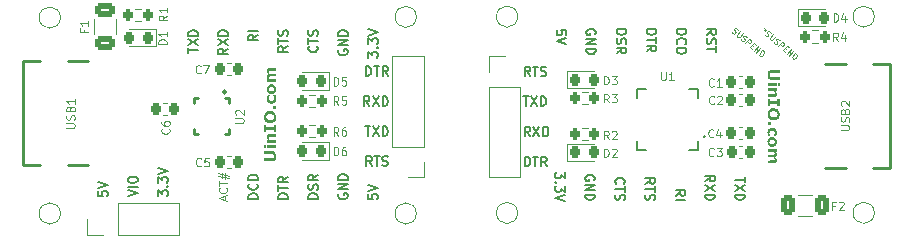
<source format=gto>
%TF.GenerationSoftware,KiCad,Pcbnew,(6.0.9)*%
%TF.CreationDate,2022-11-29T23:55:43+08:00*%
%TF.ProjectId,UINIO-USB-UART,55494e49-4f2d-4555-9342-2d554152542e,Hank*%
%TF.SameCoordinates,Original*%
%TF.FileFunction,Legend,Top*%
%TF.FilePolarity,Positive*%
%FSLAX46Y46*%
G04 Gerber Fmt 4.6, Leading zero omitted, Abs format (unit mm)*
G04 Created by KiCad (PCBNEW (6.0.9)) date 2022-11-29 23:55:43*
%MOMM*%
%LPD*%
G01*
G04 APERTURE LIST*
G04 Aperture macros list*
%AMRoundRect*
0 Rectangle with rounded corners*
0 $1 Rounding radius*
0 $2 $3 $4 $5 $6 $7 $8 $9 X,Y pos of 4 corners*
0 Add a 4 corners polygon primitive as box body*
4,1,4,$2,$3,$4,$5,$6,$7,$8,$9,$2,$3,0*
0 Add four circle primitives for the rounded corners*
1,1,$1+$1,$2,$3*
1,1,$1+$1,$4,$5*
1,1,$1+$1,$6,$7*
1,1,$1+$1,$8,$9*
0 Add four rect primitives between the rounded corners*
20,1,$1+$1,$2,$3,$4,$5,0*
20,1,$1+$1,$4,$5,$6,$7,0*
20,1,$1+$1,$6,$7,$8,$9,0*
20,1,$1+$1,$8,$9,$2,$3,0*%
G04 Aperture macros list end*
%ADD10C,0.200000*%
%ADD11C,0.100000*%
%ADD12C,0.300000*%
%ADD13C,0.120000*%
%ADD14C,0.254000*%
%ADD15C,0.152000*%
%ADD16C,0.150000*%
%ADD17C,1.200000*%
%ADD18R,1.700000X1.700000*%
%ADD19O,1.700000X1.700000*%
%ADD20RoundRect,0.250000X-0.375000X-0.625000X0.375000X-0.625000X0.375000X0.625000X-0.375000X0.625000X0*%
%ADD21RoundRect,0.225000X-0.225000X-0.250000X0.225000X-0.250000X0.225000X0.250000X-0.225000X0.250000X0*%
%ADD22RoundRect,0.218750X-0.218750X-0.256250X0.218750X-0.256250X0.218750X0.256250X-0.218750X0.256250X0*%
%ADD23RoundRect,0.200000X-0.200000X-0.275000X0.200000X-0.275000X0.200000X0.275000X-0.200000X0.275000X0*%
%ADD24RoundRect,0.250000X0.625000X-0.375000X0.625000X0.375000X-0.625000X0.375000X-0.625000X-0.375000X0*%
%ADD25C,0.650000*%
%ADD26O,2.100000X1.000000*%
%ADD27O,1.900000X1.000000*%
%ADD28R,1.150000X0.600000*%
%ADD29R,1.150000X0.300000*%
%ADD30R,0.905000X0.280000*%
%ADD31R,0.280000X0.905000*%
%ADD32R,3.350000X3.350000*%
%ADD33RoundRect,0.218750X0.218750X0.256250X-0.218750X0.256250X-0.218750X-0.256250X0.218750X-0.256250X0*%
%ADD34RoundRect,0.225000X0.225000X0.250000X-0.225000X0.250000X-0.225000X-0.250000X0.225000X-0.250000X0*%
%ADD35RoundRect,0.200000X0.200000X0.275000X-0.200000X0.275000X-0.200000X-0.275000X0.200000X-0.275000X0*%
%ADD36R,0.250000X0.750000*%
%ADD37R,0.750000X0.250000*%
G04 APERTURE END LIST*
D10*
X181735795Y-93097904D02*
X182116747Y-92831238D01*
X181735795Y-92640761D02*
X182535795Y-92640761D01*
X182535795Y-92945523D01*
X182497700Y-93021714D01*
X182459604Y-93059809D01*
X182383414Y-93097904D01*
X182269128Y-93097904D01*
X182192938Y-93059809D01*
X182154842Y-93021714D01*
X182116747Y-92945523D01*
X182116747Y-92640761D01*
X181773890Y-93402666D02*
X181735795Y-93516952D01*
X181735795Y-93707428D01*
X181773890Y-93783619D01*
X181811985Y-93821714D01*
X181888176Y-93859809D01*
X181964366Y-93859809D01*
X182040557Y-93821714D01*
X182078652Y-93783619D01*
X182116747Y-93707428D01*
X182154842Y-93555047D01*
X182192938Y-93478857D01*
X182231033Y-93440761D01*
X182307223Y-93402666D01*
X182383414Y-93402666D01*
X182459604Y-93440761D01*
X182497700Y-93478857D01*
X182535795Y-93555047D01*
X182535795Y-93745523D01*
X182497700Y-93859809D01*
X182535795Y-94088380D02*
X182535795Y-94545523D01*
X181735795Y-94316952D02*
X182535795Y-94316952D01*
X153371904Y-104221904D02*
X153105238Y-103840952D01*
X152914761Y-104221904D02*
X152914761Y-103421904D01*
X153219523Y-103421904D01*
X153295714Y-103460000D01*
X153333809Y-103498095D01*
X153371904Y-103574285D01*
X153371904Y-103688571D01*
X153333809Y-103764761D01*
X153295714Y-103802857D01*
X153219523Y-103840952D01*
X152914761Y-103840952D01*
X153600476Y-103421904D02*
X154057619Y-103421904D01*
X153829047Y-104221904D02*
X153829047Y-103421904D01*
X154286190Y-104183809D02*
X154400476Y-104221904D01*
X154590952Y-104221904D01*
X154667142Y-104183809D01*
X154705238Y-104145714D01*
X154743333Y-104069523D01*
X154743333Y-103993333D01*
X154705238Y-103917142D01*
X154667142Y-103879047D01*
X154590952Y-103840952D01*
X154438571Y-103802857D01*
X154362380Y-103764761D01*
X154324285Y-103726666D01*
X154286190Y-103650476D01*
X154286190Y-103574285D01*
X154324285Y-103498095D01*
X154362380Y-103460000D01*
X154438571Y-103421904D01*
X154629047Y-103421904D01*
X154743333Y-103460000D01*
X150570000Y-94400523D02*
X150531904Y-94476714D01*
X150531904Y-94591000D01*
X150570000Y-94705285D01*
X150646190Y-94781476D01*
X150722380Y-94819571D01*
X150874761Y-94857666D01*
X150989047Y-94857666D01*
X151141428Y-94819571D01*
X151217619Y-94781476D01*
X151293809Y-94705285D01*
X151331904Y-94591000D01*
X151331904Y-94514809D01*
X151293809Y-94400523D01*
X151255714Y-94362428D01*
X150989047Y-94362428D01*
X150989047Y-94514809D01*
X151331904Y-94019571D02*
X150531904Y-94019571D01*
X151331904Y-93562428D01*
X150531904Y-93562428D01*
X151331904Y-93181476D02*
X150531904Y-93181476D01*
X150531904Y-92991000D01*
X150570000Y-92876714D01*
X150646190Y-92800523D01*
X150722380Y-92762428D01*
X150874761Y-92724333D01*
X150989047Y-92724333D01*
X151141428Y-92762428D01*
X151217619Y-92800523D01*
X151293809Y-92876714D01*
X151331904Y-92991000D01*
X151331904Y-93181476D01*
X179183095Y-92650476D02*
X179983095Y-92650476D01*
X179983095Y-92840952D01*
X179945000Y-92955238D01*
X179868809Y-93031428D01*
X179792619Y-93069523D01*
X179640238Y-93107619D01*
X179525952Y-93107619D01*
X179373571Y-93069523D01*
X179297380Y-93031428D01*
X179221190Y-92955238D01*
X179183095Y-92840952D01*
X179183095Y-92650476D01*
X179259285Y-93907619D02*
X179221190Y-93869523D01*
X179183095Y-93755238D01*
X179183095Y-93679047D01*
X179221190Y-93564761D01*
X179297380Y-93488571D01*
X179373571Y-93450476D01*
X179525952Y-93412380D01*
X179640238Y-93412380D01*
X179792619Y-93450476D01*
X179868809Y-93488571D01*
X179945000Y-93564761D01*
X179983095Y-93679047D01*
X179983095Y-93755238D01*
X179945000Y-93869523D01*
X179906904Y-93907619D01*
X179183095Y-94250476D02*
X179983095Y-94250476D01*
X179983095Y-94440952D01*
X179945000Y-94555238D01*
X179868809Y-94631428D01*
X179792619Y-94669523D01*
X179640238Y-94707619D01*
X179525952Y-94707619D01*
X179373571Y-94669523D01*
X179297380Y-94631428D01*
X179221190Y-94555238D01*
X179183095Y-94440952D01*
X179183095Y-94250476D01*
X152878214Y-96591904D02*
X152878214Y-95791904D01*
X153068690Y-95791904D01*
X153182976Y-95830000D01*
X153259166Y-95906190D01*
X153297261Y-95982380D01*
X153335357Y-96134761D01*
X153335357Y-96249047D01*
X153297261Y-96401428D01*
X153259166Y-96477619D01*
X153182976Y-96553809D01*
X153068690Y-96591904D01*
X152878214Y-96591904D01*
X153563928Y-95791904D02*
X154021071Y-95791904D01*
X153792500Y-96591904D02*
X153792500Y-95791904D01*
X154744880Y-96591904D02*
X154478214Y-96210952D01*
X154287738Y-96591904D02*
X154287738Y-95791904D01*
X154592500Y-95791904D01*
X154668690Y-95830000D01*
X154706785Y-95868095D01*
X154744880Y-95944285D01*
X154744880Y-96058571D01*
X154706785Y-96134761D01*
X154668690Y-96172857D01*
X154592500Y-96210952D01*
X154287738Y-96210952D01*
X153182975Y-99141904D02*
X152916309Y-98760952D01*
X152725832Y-99141904D02*
X152725832Y-98341904D01*
X153030594Y-98341904D01*
X153106785Y-98380000D01*
X153144880Y-98418095D01*
X153182975Y-98494285D01*
X153182975Y-98608571D01*
X153144880Y-98684761D01*
X153106785Y-98722857D01*
X153030594Y-98760952D01*
X152725832Y-98760952D01*
X153449642Y-98341904D02*
X153982975Y-99141904D01*
X153982975Y-98341904D02*
X153449642Y-99141904D01*
X154287737Y-99141904D02*
X154287737Y-98341904D01*
X154478213Y-98341904D01*
X154592499Y-98380000D01*
X154668689Y-98456190D01*
X154706785Y-98532380D01*
X154744880Y-98684761D01*
X154744880Y-98799047D01*
X154706785Y-98951428D01*
X154668689Y-99027619D01*
X154592499Y-99103809D01*
X154478213Y-99141904D01*
X154287737Y-99141904D01*
X152802023Y-100881904D02*
X153259166Y-100881904D01*
X153030594Y-101681904D02*
X153030594Y-100881904D01*
X153449642Y-100881904D02*
X153982975Y-101681904D01*
X153982975Y-100881904D02*
X153449642Y-101681904D01*
X154287737Y-101681904D02*
X154287737Y-100881904D01*
X154478213Y-100881904D01*
X154592499Y-100920000D01*
X154668689Y-100996190D01*
X154706785Y-101072380D01*
X154744880Y-101224761D01*
X154744880Y-101339047D01*
X154706785Y-101491428D01*
X154668689Y-101567619D01*
X154592499Y-101643809D01*
X154478213Y-101681904D01*
X154287737Y-101681904D01*
X132751904Y-106796190D02*
X133551904Y-106529523D01*
X132751904Y-106262857D01*
X133551904Y-105996190D02*
X132751904Y-105996190D01*
X132751904Y-105462857D02*
X132751904Y-105310476D01*
X132790000Y-105234285D01*
X132866190Y-105158095D01*
X133018571Y-105120000D01*
X133285238Y-105120000D01*
X133437619Y-105158095D01*
X133513809Y-105234285D01*
X133551904Y-105310476D01*
X133551904Y-105462857D01*
X133513809Y-105539047D01*
X133437619Y-105615238D01*
X133285238Y-105653333D01*
X133018571Y-105653333D01*
X132866190Y-105615238D01*
X132790000Y-105539047D01*
X132751904Y-105462857D01*
D11*
X183869730Y-92866676D02*
X183909143Y-92930829D01*
X184000338Y-93007351D01*
X184052121Y-93019721D01*
X184085665Y-93016786D01*
X184134513Y-92995612D01*
X184165122Y-92959134D01*
X184177491Y-92907351D01*
X184174557Y-92873808D01*
X184153383Y-92824960D01*
X184095731Y-92745503D01*
X184074557Y-92696655D01*
X184071622Y-92663111D01*
X184083992Y-92611328D01*
X184114601Y-92574850D01*
X184163449Y-92553676D01*
X184196993Y-92550741D01*
X184248775Y-92563111D01*
X184339971Y-92639633D01*
X184379384Y-92703786D01*
X184558841Y-92823287D02*
X184298665Y-93133353D01*
X184286295Y-93185135D01*
X184289230Y-93218679D01*
X184310404Y-93267527D01*
X184383361Y-93328745D01*
X184435143Y-93341115D01*
X184468687Y-93338180D01*
X184517535Y-93317006D01*
X184777711Y-93006941D01*
X184635774Y-93509464D02*
X184675187Y-93573616D01*
X184766383Y-93650139D01*
X184818166Y-93662509D01*
X184851709Y-93659574D01*
X184900557Y-93638400D01*
X184931166Y-93601922D01*
X184943536Y-93550139D01*
X184940601Y-93516595D01*
X184919427Y-93467747D01*
X184861775Y-93388290D01*
X184840601Y-93339442D01*
X184837667Y-93305899D01*
X184850037Y-93254116D01*
X184880645Y-93217637D01*
X184929494Y-93196464D01*
X184963037Y-93193529D01*
X185014820Y-93205899D01*
X185106016Y-93282421D01*
X185145429Y-93346574D01*
X185003492Y-93849097D02*
X185324886Y-93466075D01*
X185470799Y-93588510D01*
X185491973Y-93637358D01*
X185494907Y-93670902D01*
X185482537Y-93722685D01*
X185436624Y-93777402D01*
X185387776Y-93798576D01*
X185354232Y-93801511D01*
X185302450Y-93789141D01*
X185156536Y-93666705D01*
X185554863Y-93969860D02*
X185682537Y-94076991D01*
X185568905Y-94323535D02*
X185386514Y-94170491D01*
X185707908Y-93787468D01*
X185890299Y-93940513D01*
X185733058Y-94461276D02*
X186054452Y-94078253D01*
X185951928Y-94644929D01*
X186273322Y-94261907D01*
X186134319Y-94797974D02*
X186455713Y-94414952D01*
X186546909Y-94491474D01*
X186586322Y-94555627D01*
X186592191Y-94622714D01*
X186579821Y-94674497D01*
X186536843Y-94762758D01*
X186490929Y-94817475D01*
X186411472Y-94875127D01*
X186362624Y-94896301D01*
X186295537Y-94902170D01*
X186225515Y-94874496D01*
X186134319Y-94797974D01*
D10*
X172213000Y-105422666D02*
X172251095Y-105346475D01*
X172251095Y-105232190D01*
X172213000Y-105117904D01*
X172136809Y-105041713D01*
X172060619Y-105003618D01*
X171908238Y-104965523D01*
X171793952Y-104965523D01*
X171641571Y-105003618D01*
X171565380Y-105041713D01*
X171489190Y-105117904D01*
X171451095Y-105232190D01*
X171451095Y-105308380D01*
X171489190Y-105422666D01*
X171527285Y-105460761D01*
X171793952Y-105460761D01*
X171793952Y-105308380D01*
X171451095Y-105803618D02*
X172251095Y-105803618D01*
X171451095Y-106260761D01*
X172251095Y-106260761D01*
X171451095Y-106641713D02*
X172251095Y-106641713D01*
X172251095Y-106832190D01*
X172213000Y-106946475D01*
X172136809Y-107022666D01*
X172060619Y-107060761D01*
X171908238Y-107098856D01*
X171793952Y-107098856D01*
X171641571Y-107060761D01*
X171565380Y-107022666D01*
X171489190Y-106946475D01*
X171451095Y-106832190D01*
X171451095Y-106641713D01*
X169711095Y-104775047D02*
X169711095Y-105270285D01*
X169406333Y-105003619D01*
X169406333Y-105117904D01*
X169368238Y-105194095D01*
X169330142Y-105232190D01*
X169253952Y-105270285D01*
X169063476Y-105270285D01*
X168987285Y-105232190D01*
X168949190Y-105194095D01*
X168911095Y-105117904D01*
X168911095Y-104889333D01*
X168949190Y-104813142D01*
X168987285Y-104775047D01*
X168987285Y-105613142D02*
X168949190Y-105651238D01*
X168911095Y-105613142D01*
X168949190Y-105575047D01*
X168987285Y-105613142D01*
X168911095Y-105613142D01*
X169711095Y-105917904D02*
X169711095Y-106413142D01*
X169406333Y-106146476D01*
X169406333Y-106260761D01*
X169368238Y-106336952D01*
X169330142Y-106375047D01*
X169253952Y-106413142D01*
X169063476Y-106413142D01*
X168987285Y-106375047D01*
X168949190Y-106336952D01*
X168911095Y-106260761D01*
X168911095Y-106032190D01*
X168949190Y-105956000D01*
X168987285Y-105917904D01*
X169711095Y-106641714D02*
X168911095Y-106908380D01*
X169711095Y-107175047D01*
X166205238Y-98330904D02*
X166662381Y-98330904D01*
X166433809Y-99130904D02*
X166433809Y-98330904D01*
X166852857Y-98330904D02*
X167386190Y-99130904D01*
X167386190Y-98330904D02*
X166852857Y-99130904D01*
X167690952Y-99130904D02*
X167690952Y-98330904D01*
X167881428Y-98330904D01*
X167995714Y-98369000D01*
X168071904Y-98445190D01*
X168110000Y-98521380D01*
X168148095Y-98673761D01*
X168148095Y-98788047D01*
X168110000Y-98940428D01*
X168071904Y-99016619D01*
X167995714Y-99092809D01*
X167881428Y-99130904D01*
X167690952Y-99130904D01*
X143731904Y-107009189D02*
X142931904Y-107009189D01*
X142931904Y-106818713D01*
X142970000Y-106704427D01*
X143046190Y-106628237D01*
X143122380Y-106590142D01*
X143274761Y-106552046D01*
X143389047Y-106552046D01*
X143541428Y-106590142D01*
X143617619Y-106628237D01*
X143693809Y-106704427D01*
X143731904Y-106818713D01*
X143731904Y-107009189D01*
X143655714Y-105752046D02*
X143693809Y-105790142D01*
X143731904Y-105904427D01*
X143731904Y-105980618D01*
X143693809Y-106094904D01*
X143617619Y-106171094D01*
X143541428Y-106209189D01*
X143389047Y-106247285D01*
X143274761Y-106247285D01*
X143122380Y-106209189D01*
X143046190Y-106171094D01*
X142970000Y-106094904D01*
X142931904Y-105980618D01*
X142931904Y-105904427D01*
X142970000Y-105790142D01*
X143008095Y-105752046D01*
X143731904Y-105409189D02*
X142931904Y-105409189D01*
X142931904Y-105218713D01*
X142970000Y-105104427D01*
X143046190Y-105028237D01*
X143122380Y-104990142D01*
X143274761Y-104952046D01*
X143389047Y-104952046D01*
X143541428Y-104990142D01*
X143617619Y-105028237D01*
X143693809Y-105104427D01*
X143731904Y-105218713D01*
X143731904Y-105409189D01*
X150570000Y-106590142D02*
X150531904Y-106666333D01*
X150531904Y-106780619D01*
X150570000Y-106894904D01*
X150646190Y-106971095D01*
X150722380Y-107009190D01*
X150874761Y-107047285D01*
X150989047Y-107047285D01*
X151141428Y-107009190D01*
X151217619Y-106971095D01*
X151293809Y-106894904D01*
X151331904Y-106780619D01*
X151331904Y-106704428D01*
X151293809Y-106590142D01*
X151255714Y-106552047D01*
X150989047Y-106552047D01*
X150989047Y-106704428D01*
X151331904Y-106209190D02*
X150531904Y-106209190D01*
X151331904Y-105752047D01*
X150531904Y-105752047D01*
X151331904Y-105371095D02*
X150531904Y-105371095D01*
X150531904Y-105180619D01*
X150570000Y-105066333D01*
X150646190Y-104990142D01*
X150722380Y-104952047D01*
X150874761Y-104913952D01*
X150989047Y-104913952D01*
X151141428Y-104952047D01*
X151217619Y-104990142D01*
X151293809Y-105066333D01*
X151331904Y-105180619D01*
X151331904Y-105371095D01*
X176531095Y-105727427D02*
X176912047Y-105460761D01*
X176531095Y-105270284D02*
X177331095Y-105270284D01*
X177331095Y-105575046D01*
X177293000Y-105651237D01*
X177254904Y-105689332D01*
X177178714Y-105727427D01*
X177064428Y-105727427D01*
X176988238Y-105689332D01*
X176950142Y-105651237D01*
X176912047Y-105575046D01*
X176912047Y-105270284D01*
X177331095Y-105955999D02*
X177331095Y-106413142D01*
X176531095Y-106184570D02*
X177331095Y-106184570D01*
X176569190Y-106641713D02*
X176531095Y-106755999D01*
X176531095Y-106946475D01*
X176569190Y-107022665D01*
X176607285Y-107060761D01*
X176683476Y-107098856D01*
X176759666Y-107098856D01*
X176835857Y-107060761D01*
X176873952Y-107022665D01*
X176912047Y-106946475D01*
X176950142Y-106794094D01*
X176988238Y-106717903D01*
X177026333Y-106679808D01*
X177102523Y-106641713D01*
X177178714Y-106641713D01*
X177254904Y-106679808D01*
X177293000Y-106717903D01*
X177331095Y-106794094D01*
X177331095Y-106984570D01*
X177293000Y-107098856D01*
X137843504Y-94667190D02*
X137843504Y-94210047D01*
X138643504Y-94438619D02*
X137843504Y-94438619D01*
X137843504Y-94019571D02*
X138643504Y-93486238D01*
X137843504Y-93486238D02*
X138643504Y-94019571D01*
X138643504Y-93181476D02*
X137843504Y-93181476D01*
X137843504Y-92991000D01*
X137881600Y-92876714D01*
X137957790Y-92800524D01*
X138033980Y-92762428D01*
X138186361Y-92724333D01*
X138300647Y-92724333D01*
X138453028Y-92762428D01*
X138529219Y-92800524D01*
X138605409Y-92876714D01*
X138643504Y-92991000D01*
X138643504Y-93181476D01*
X169823095Y-93108619D02*
X169823095Y-92727666D01*
X169442142Y-92689571D01*
X169480238Y-92727666D01*
X169518333Y-92803857D01*
X169518333Y-92994333D01*
X169480238Y-93070523D01*
X169442142Y-93108619D01*
X169365952Y-93146714D01*
X169175476Y-93146714D01*
X169099285Y-93108619D01*
X169061190Y-93070523D01*
X169023095Y-92994333D01*
X169023095Y-92803857D01*
X169061190Y-92727666D01*
X169099285Y-92689571D01*
X169823095Y-93375285D02*
X169023095Y-93641952D01*
X169823095Y-93908619D01*
X148788904Y-107009190D02*
X147988904Y-107009190D01*
X147988904Y-106818714D01*
X148027000Y-106704428D01*
X148103190Y-106628237D01*
X148179380Y-106590142D01*
X148331761Y-106552047D01*
X148446047Y-106552047D01*
X148598428Y-106590142D01*
X148674619Y-106628237D01*
X148750809Y-106704428D01*
X148788904Y-106818714D01*
X148788904Y-107009190D01*
X148750809Y-106247285D02*
X148788904Y-106132999D01*
X148788904Y-105942523D01*
X148750809Y-105866333D01*
X148712714Y-105828237D01*
X148636523Y-105790142D01*
X148560333Y-105790142D01*
X148484142Y-105828237D01*
X148446047Y-105866333D01*
X148407952Y-105942523D01*
X148369857Y-106094904D01*
X148331761Y-106171094D01*
X148293666Y-106209190D01*
X148217476Y-106247285D01*
X148141285Y-106247285D01*
X148065095Y-106209190D01*
X148027000Y-106171094D01*
X147988904Y-106094904D01*
X147988904Y-105904428D01*
X148027000Y-105790142D01*
X148788904Y-104990142D02*
X148407952Y-105256809D01*
X148788904Y-105447285D02*
X147988904Y-105447285D01*
X147988904Y-105142523D01*
X148027000Y-105066333D01*
X148065095Y-105028237D01*
X148141285Y-104990142D01*
X148255571Y-104990142D01*
X148331761Y-105028237D01*
X148369857Y-105066333D01*
X148407952Y-105142523D01*
X148407952Y-105447285D01*
X130221904Y-106362380D02*
X130221904Y-106743333D01*
X130602857Y-106781428D01*
X130564761Y-106743333D01*
X130526666Y-106667142D01*
X130526666Y-106476666D01*
X130564761Y-106400476D01*
X130602857Y-106362380D01*
X130679047Y-106324285D01*
X130869523Y-106324285D01*
X130945714Y-106362380D01*
X130983809Y-106400476D01*
X131021904Y-106476666D01*
X131021904Y-106667142D01*
X130983809Y-106743333D01*
X130945714Y-106781428D01*
X130221904Y-106095714D02*
X131021904Y-105829047D01*
X130221904Y-105562380D01*
X153071904Y-106628237D02*
X153071904Y-107009190D01*
X153452857Y-107047285D01*
X153414761Y-107009190D01*
X153376666Y-106932999D01*
X153376666Y-106742523D01*
X153414761Y-106666333D01*
X153452857Y-106628237D01*
X153529047Y-106590142D01*
X153719523Y-106590142D01*
X153795714Y-106628237D01*
X153833809Y-106666333D01*
X153871904Y-106742523D01*
X153871904Y-106932999D01*
X153833809Y-107009190D01*
X153795714Y-107047285D01*
X153071904Y-106361571D02*
X153871904Y-106094904D01*
X153071904Y-105828237D01*
X141171904Y-94286238D02*
X140790952Y-94552905D01*
X141171904Y-94743381D02*
X140371904Y-94743381D01*
X140371904Y-94438619D01*
X140410000Y-94362428D01*
X140448095Y-94324333D01*
X140524285Y-94286238D01*
X140638571Y-94286238D01*
X140714761Y-94324333D01*
X140752857Y-94362428D01*
X140790952Y-94438619D01*
X140790952Y-94743381D01*
X140371904Y-94019571D02*
X141171904Y-93486238D01*
X140371904Y-93486238D02*
X141171904Y-94019571D01*
X141171904Y-93181476D02*
X140371904Y-93181476D01*
X140371904Y-92991000D01*
X140410000Y-92876714D01*
X140486190Y-92800524D01*
X140562380Y-92762428D01*
X140714761Y-92724333D01*
X140829047Y-92724333D01*
X140981428Y-92762428D01*
X141057619Y-92800524D01*
X141133809Y-92876714D01*
X141171904Y-92991000D01*
X141171904Y-93181476D01*
D11*
X140926666Y-107116333D02*
X140926666Y-106783000D01*
X141126666Y-107183000D02*
X140426666Y-106949666D01*
X141126666Y-106716333D01*
X141060000Y-106083000D02*
X141093333Y-106116333D01*
X141126666Y-106216333D01*
X141126666Y-106283000D01*
X141093333Y-106383000D01*
X141026666Y-106449666D01*
X140960000Y-106483000D01*
X140826666Y-106516333D01*
X140726666Y-106516333D01*
X140593333Y-106483000D01*
X140526666Y-106449666D01*
X140460000Y-106383000D01*
X140426666Y-106283000D01*
X140426666Y-106216333D01*
X140460000Y-106116333D01*
X140493333Y-106083000D01*
X140426666Y-105883000D02*
X140426666Y-105483000D01*
X141126666Y-105683000D02*
X140426666Y-105683000D01*
X140660000Y-105283000D02*
X140660000Y-104783000D01*
X140360000Y-105083000D02*
X141260000Y-105283000D01*
X140960000Y-104849666D02*
X140960000Y-105349666D01*
X141260000Y-105049666D02*
X140360000Y-104849666D01*
D10*
X176643095Y-92655714D02*
X177443095Y-92655714D01*
X177443095Y-92846190D01*
X177405000Y-92960476D01*
X177328809Y-93036666D01*
X177252619Y-93074761D01*
X177100238Y-93112857D01*
X176985952Y-93112857D01*
X176833571Y-93074761D01*
X176757380Y-93036666D01*
X176681190Y-92960476D01*
X176643095Y-92846190D01*
X176643095Y-92655714D01*
X177443095Y-93341428D02*
X177443095Y-93798571D01*
X176643095Y-93570000D02*
X177443095Y-93570000D01*
X176643095Y-94522380D02*
X177024047Y-94255714D01*
X176643095Y-94065238D02*
X177443095Y-94065238D01*
X177443095Y-94370000D01*
X177405000Y-94446190D01*
X177366904Y-94484285D01*
X177290714Y-94522380D01*
X177176428Y-94522380D01*
X177100238Y-94484285D01*
X177062142Y-94446190D01*
X177024047Y-94370000D01*
X177024047Y-94065238D01*
D11*
X186743662Y-92560675D02*
X186667140Y-92651871D01*
X186606553Y-92538871D02*
X186667140Y-92651871D01*
X186788945Y-92691915D01*
X186551205Y-92678914D02*
X186667140Y-92651871D01*
X186660640Y-92770741D01*
X186656443Y-93109112D02*
X186695856Y-93173265D01*
X186787052Y-93249787D01*
X186838834Y-93262157D01*
X186872378Y-93259222D01*
X186921226Y-93238048D01*
X186951835Y-93201570D01*
X186964205Y-93149787D01*
X186961270Y-93116243D01*
X186940096Y-93067395D01*
X186882444Y-92987938D01*
X186861270Y-92939090D01*
X186858336Y-92905547D01*
X186870705Y-92853764D01*
X186901314Y-92817286D01*
X186950162Y-92796112D01*
X186983706Y-92793177D01*
X187035489Y-92805547D01*
X187126684Y-92882069D01*
X187166097Y-92946222D01*
X187345554Y-93065723D02*
X187085378Y-93375788D01*
X187073009Y-93427571D01*
X187075943Y-93461115D01*
X187097117Y-93509963D01*
X187170074Y-93571181D01*
X187221857Y-93583551D01*
X187255400Y-93580616D01*
X187304248Y-93559442D01*
X187564424Y-93249376D01*
X187422487Y-93751900D02*
X187461900Y-93816052D01*
X187553096Y-93892575D01*
X187604879Y-93904944D01*
X187638422Y-93902010D01*
X187687270Y-93880836D01*
X187717879Y-93844358D01*
X187730249Y-93792575D01*
X187727314Y-93759031D01*
X187706141Y-93710183D01*
X187648488Y-93630726D01*
X187627315Y-93581878D01*
X187624380Y-93548334D01*
X187636750Y-93496552D01*
X187667359Y-93460073D01*
X187716207Y-93438899D01*
X187749750Y-93435965D01*
X187801533Y-93448334D01*
X187892729Y-93524857D01*
X187932142Y-93589009D01*
X187790205Y-94091533D02*
X188111599Y-93708510D01*
X188257512Y-93830946D01*
X188278686Y-93879794D01*
X188281621Y-93913338D01*
X188269251Y-93965121D01*
X188223337Y-94019838D01*
X188174489Y-94041012D01*
X188140946Y-94043947D01*
X188089163Y-94031577D01*
X187943250Y-93909141D01*
X188341576Y-94212296D02*
X188469250Y-94319427D01*
X188355619Y-94565971D02*
X188173227Y-94412926D01*
X188494621Y-94029904D01*
X188677013Y-94182949D01*
X188519771Y-94703711D02*
X188841165Y-94320689D01*
X188738641Y-94887365D01*
X189060035Y-94504343D01*
X188921032Y-95040410D02*
X189242426Y-94657387D01*
X189333622Y-94733910D01*
X189373035Y-94798062D01*
X189378904Y-94865149D01*
X189366535Y-94916932D01*
X189323556Y-95005193D01*
X189277643Y-95059911D01*
X189198185Y-95117563D01*
X189149337Y-95138737D01*
X189082250Y-95144606D01*
X189012228Y-95116932D01*
X188921032Y-95040410D01*
D10*
X172310000Y-93080476D02*
X172348095Y-93004285D01*
X172348095Y-92890000D01*
X172310000Y-92775714D01*
X172233809Y-92699523D01*
X172157619Y-92661428D01*
X172005238Y-92623333D01*
X171890952Y-92623333D01*
X171738571Y-92661428D01*
X171662380Y-92699523D01*
X171586190Y-92775714D01*
X171548095Y-92890000D01*
X171548095Y-92966190D01*
X171586190Y-93080476D01*
X171624285Y-93118571D01*
X171890952Y-93118571D01*
X171890952Y-92966190D01*
X171548095Y-93461428D02*
X172348095Y-93461428D01*
X171548095Y-93918571D01*
X172348095Y-93918571D01*
X171548095Y-94299523D02*
X172348095Y-94299523D01*
X172348095Y-94490000D01*
X172310000Y-94604285D01*
X172233809Y-94680476D01*
X172157619Y-94718571D01*
X172005238Y-94756666D01*
X171890952Y-94756666D01*
X171738571Y-94718571D01*
X171662380Y-94680476D01*
X171586190Y-94604285D01*
X171548095Y-94490000D01*
X171548095Y-94299523D01*
X153071904Y-95048142D02*
X153071904Y-94552904D01*
X153376666Y-94819570D01*
X153376666Y-94705285D01*
X153414761Y-94629094D01*
X153452857Y-94590999D01*
X153529047Y-94552904D01*
X153719523Y-94552904D01*
X153795714Y-94590999D01*
X153833809Y-94629094D01*
X153871904Y-94705285D01*
X153871904Y-94933856D01*
X153833809Y-95010047D01*
X153795714Y-95048142D01*
X153795714Y-94210047D02*
X153833809Y-94171951D01*
X153871904Y-94210047D01*
X153833809Y-94248142D01*
X153795714Y-94210047D01*
X153871904Y-94210047D01*
X153071904Y-93905285D02*
X153071904Y-93410047D01*
X153376666Y-93676713D01*
X153376666Y-93562428D01*
X153414761Y-93486237D01*
X153452857Y-93448142D01*
X153529047Y-93410047D01*
X153719523Y-93410047D01*
X153795714Y-93448142D01*
X153833809Y-93486237D01*
X153871904Y-93562428D01*
X153871904Y-93790999D01*
X153833809Y-93867190D01*
X153795714Y-93905285D01*
X153071904Y-93181475D02*
X153871904Y-92914809D01*
X153071904Y-92648142D01*
X146248904Y-107009189D02*
X145448904Y-107009189D01*
X145448904Y-106818713D01*
X145487000Y-106704427D01*
X145563190Y-106628237D01*
X145639380Y-106590142D01*
X145791761Y-106552046D01*
X145906047Y-106552046D01*
X146058428Y-106590142D01*
X146134619Y-106628237D01*
X146210809Y-106704427D01*
X146248904Y-106818713D01*
X146248904Y-107009189D01*
X145448904Y-106323475D02*
X145448904Y-105866332D01*
X146248904Y-106094904D02*
X145448904Y-106094904D01*
X146248904Y-105142523D02*
X145867952Y-105409189D01*
X146248904Y-105599665D02*
X145448904Y-105599665D01*
X145448904Y-105294904D01*
X145487000Y-105218713D01*
X145525095Y-105180618D01*
X145601285Y-105142523D01*
X145715571Y-105142523D01*
X145791761Y-105180618D01*
X145829857Y-105218713D01*
X145867952Y-105294904D01*
X145867952Y-105599665D01*
X146251904Y-94095762D02*
X145870952Y-94362428D01*
X146251904Y-94552905D02*
X145451904Y-94552905D01*
X145451904Y-94248143D01*
X145490000Y-94171952D01*
X145528095Y-94133857D01*
X145604285Y-94095762D01*
X145718571Y-94095762D01*
X145794761Y-94133857D01*
X145832857Y-94171952D01*
X145870952Y-94248143D01*
X145870952Y-94552905D01*
X145451904Y-93867190D02*
X145451904Y-93410047D01*
X146251904Y-93638619D02*
X145451904Y-93638619D01*
X146213809Y-93181476D02*
X146251904Y-93067190D01*
X146251904Y-92876714D01*
X146213809Y-92800524D01*
X146175714Y-92762428D01*
X146099523Y-92724333D01*
X146023333Y-92724333D01*
X145947142Y-92762428D01*
X145909047Y-92800524D01*
X145870952Y-92876714D01*
X145832857Y-93029095D01*
X145794761Y-93105286D01*
X145756666Y-93143381D01*
X145680476Y-93181476D01*
X145604285Y-93181476D01*
X145528095Y-93143381D01*
X145490000Y-93105286D01*
X145451904Y-93029095D01*
X145451904Y-92838619D01*
X145490000Y-92724333D01*
X174067285Y-105727427D02*
X174029190Y-105689332D01*
X173991095Y-105575046D01*
X173991095Y-105498856D01*
X174029190Y-105384570D01*
X174105380Y-105308380D01*
X174181571Y-105270284D01*
X174333952Y-105232189D01*
X174448238Y-105232189D01*
X174600619Y-105270284D01*
X174676809Y-105308380D01*
X174753000Y-105384570D01*
X174791095Y-105498856D01*
X174791095Y-105575046D01*
X174753000Y-105689332D01*
X174714904Y-105727427D01*
X174791095Y-105955999D02*
X174791095Y-106413142D01*
X173991095Y-106184570D02*
X174791095Y-106184570D01*
X174029190Y-106641713D02*
X173991095Y-106755999D01*
X173991095Y-106946475D01*
X174029190Y-107022665D01*
X174067285Y-107060761D01*
X174143476Y-107098856D01*
X174219666Y-107098856D01*
X174295857Y-107060761D01*
X174333952Y-107022665D01*
X174372047Y-106946475D01*
X174410142Y-106794094D01*
X174448238Y-106717903D01*
X174486333Y-106679808D01*
X174562523Y-106641713D01*
X174638714Y-106641713D01*
X174714904Y-106679808D01*
X174753000Y-106717903D01*
X174791095Y-106794094D01*
X174791095Y-106984570D01*
X174753000Y-107098856D01*
X135301904Y-106790952D02*
X135301904Y-106295714D01*
X135606666Y-106562380D01*
X135606666Y-106448095D01*
X135644761Y-106371904D01*
X135682857Y-106333809D01*
X135759047Y-106295714D01*
X135949523Y-106295714D01*
X136025714Y-106333809D01*
X136063809Y-106371904D01*
X136101904Y-106448095D01*
X136101904Y-106676666D01*
X136063809Y-106752857D01*
X136025714Y-106790952D01*
X136025714Y-105952857D02*
X136063809Y-105914761D01*
X136101904Y-105952857D01*
X136063809Y-105990952D01*
X136025714Y-105952857D01*
X136101904Y-105952857D01*
X135301904Y-105648095D02*
X135301904Y-105152857D01*
X135606666Y-105419523D01*
X135606666Y-105305238D01*
X135644761Y-105229047D01*
X135682857Y-105190952D01*
X135759047Y-105152857D01*
X135949523Y-105152857D01*
X136025714Y-105190952D01*
X136063809Y-105229047D01*
X136101904Y-105305238D01*
X136101904Y-105533809D01*
X136063809Y-105610000D01*
X136025714Y-105648095D01*
X135301904Y-104924285D02*
X136101904Y-104657619D01*
X135301904Y-104390952D01*
X181610895Y-105536951D02*
X181991847Y-105270285D01*
X181610895Y-105079808D02*
X182410895Y-105079808D01*
X182410895Y-105384570D01*
X182372800Y-105460761D01*
X182334704Y-105498856D01*
X182258514Y-105536951D01*
X182144228Y-105536951D01*
X182068038Y-105498856D01*
X182029942Y-105460761D01*
X181991847Y-105384570D01*
X181991847Y-105079808D01*
X182410895Y-105803618D02*
X181610895Y-106336951D01*
X182410895Y-106336951D02*
X181610895Y-105803618D01*
X181610895Y-106641713D02*
X182410895Y-106641713D01*
X182410895Y-106832189D01*
X182372800Y-106946475D01*
X182296609Y-107022665D01*
X182220419Y-107060761D01*
X182068038Y-107098856D01*
X181953752Y-107098856D01*
X181801371Y-107060761D01*
X181725180Y-107022665D01*
X181648990Y-106946475D01*
X181610895Y-106832189D01*
X181610895Y-106641713D01*
X143711904Y-93105285D02*
X143330952Y-93371951D01*
X143711904Y-93562428D02*
X142911904Y-93562428D01*
X142911904Y-93257666D01*
X142950000Y-93181475D01*
X142988095Y-93143380D01*
X143064285Y-93105285D01*
X143178571Y-93105285D01*
X143254761Y-93143380D01*
X143292857Y-93181475D01*
X143330952Y-93257666D01*
X143330952Y-93562428D01*
X143711904Y-92762428D02*
X142911904Y-92762428D01*
X184951095Y-105155999D02*
X184951095Y-105613142D01*
X184151095Y-105384570D02*
X184951095Y-105384570D01*
X184951095Y-105803618D02*
X184151095Y-106336951D01*
X184951095Y-106336951D02*
X184151095Y-105803618D01*
X184151095Y-106641713D02*
X184951095Y-106641713D01*
X184951095Y-106832189D01*
X184913000Y-106946475D01*
X184836809Y-107022665D01*
X184760619Y-107060761D01*
X184608238Y-107098856D01*
X184493952Y-107098856D01*
X184341571Y-107060761D01*
X184265380Y-107022665D01*
X184189190Y-106946475D01*
X184151095Y-106832189D01*
X184151095Y-106641713D01*
X174103095Y-92639523D02*
X174903095Y-92639523D01*
X174903095Y-92830000D01*
X174865000Y-92944285D01*
X174788809Y-93020476D01*
X174712619Y-93058571D01*
X174560238Y-93096666D01*
X174445952Y-93096666D01*
X174293571Y-93058571D01*
X174217380Y-93020476D01*
X174141190Y-92944285D01*
X174103095Y-92830000D01*
X174103095Y-92639523D01*
X174141190Y-93401428D02*
X174103095Y-93515714D01*
X174103095Y-93706190D01*
X174141190Y-93782380D01*
X174179285Y-93820476D01*
X174255476Y-93858571D01*
X174331666Y-93858571D01*
X174407857Y-93820476D01*
X174445952Y-93782380D01*
X174484047Y-93706190D01*
X174522142Y-93553809D01*
X174560238Y-93477619D01*
X174598333Y-93439523D01*
X174674523Y-93401428D01*
X174750714Y-93401428D01*
X174826904Y-93439523D01*
X174865000Y-93477619D01*
X174903095Y-93553809D01*
X174903095Y-93744285D01*
X174865000Y-93858571D01*
X174103095Y-94658571D02*
X174484047Y-94391904D01*
X174103095Y-94201428D02*
X174903095Y-94201428D01*
X174903095Y-94506190D01*
X174865000Y-94582380D01*
X174826904Y-94620476D01*
X174750714Y-94658571D01*
X174636428Y-94658571D01*
X174560238Y-94620476D01*
X174522142Y-94582380D01*
X174484047Y-94506190D01*
X174484047Y-94201428D01*
X148737314Y-94095762D02*
X148775409Y-94133857D01*
X148813504Y-94248143D01*
X148813504Y-94324333D01*
X148775409Y-94438619D01*
X148699219Y-94514809D01*
X148623028Y-94552905D01*
X148470647Y-94591000D01*
X148356361Y-94591000D01*
X148203980Y-94552905D01*
X148127790Y-94514809D01*
X148051600Y-94438619D01*
X148013504Y-94324333D01*
X148013504Y-94248143D01*
X148051600Y-94133857D01*
X148089695Y-94095762D01*
X148013504Y-93867190D02*
X148013504Y-93410047D01*
X148813504Y-93638619D02*
X148013504Y-93638619D01*
X148775409Y-93181476D02*
X148813504Y-93067190D01*
X148813504Y-92876714D01*
X148775409Y-92800524D01*
X148737314Y-92762428D01*
X148661123Y-92724333D01*
X148584933Y-92724333D01*
X148508742Y-92762428D01*
X148470647Y-92800524D01*
X148432552Y-92876714D01*
X148394457Y-93029095D01*
X148356361Y-93105286D01*
X148318266Y-93143381D01*
X148242076Y-93181476D01*
X148165885Y-93181476D01*
X148089695Y-93143381D01*
X148051600Y-93105286D01*
X148013504Y-93029095D01*
X148013504Y-92838619D01*
X148051600Y-92724333D01*
X166319524Y-104247904D02*
X166319524Y-103447904D01*
X166510000Y-103447904D01*
X166624286Y-103486000D01*
X166700476Y-103562190D01*
X166738571Y-103638380D01*
X166776667Y-103790761D01*
X166776667Y-103905047D01*
X166738571Y-104057428D01*
X166700476Y-104133619D01*
X166624286Y-104209809D01*
X166510000Y-104247904D01*
X166319524Y-104247904D01*
X167005238Y-103447904D02*
X167462381Y-103447904D01*
X167233810Y-104247904D02*
X167233810Y-103447904D01*
X168186190Y-104247904D02*
X167919524Y-103866952D01*
X167729048Y-104247904D02*
X167729048Y-103447904D01*
X168033810Y-103447904D01*
X168110000Y-103486000D01*
X168148095Y-103524095D01*
X168186190Y-103600285D01*
X168186190Y-103714571D01*
X168148095Y-103790761D01*
X168110000Y-103828857D01*
X168033810Y-103866952D01*
X167729048Y-103866952D01*
X179118095Y-106737142D02*
X179499047Y-106470476D01*
X179118095Y-106280000D02*
X179918095Y-106280000D01*
X179918095Y-106584761D01*
X179880000Y-106660952D01*
X179841904Y-106699047D01*
X179765714Y-106737142D01*
X179651428Y-106737142D01*
X179575238Y-106699047D01*
X179537142Y-106660952D01*
X179499047Y-106584761D01*
X179499047Y-106280000D01*
X179118095Y-107080000D02*
X179918095Y-107080000D01*
X166776666Y-101712904D02*
X166510000Y-101331952D01*
X166319523Y-101712904D02*
X166319523Y-100912904D01*
X166624285Y-100912904D01*
X166700476Y-100951000D01*
X166738571Y-100989095D01*
X166776666Y-101065285D01*
X166776666Y-101179571D01*
X166738571Y-101255761D01*
X166700476Y-101293857D01*
X166624285Y-101331952D01*
X166319523Y-101331952D01*
X167043333Y-100912904D02*
X167576666Y-101712904D01*
X167576666Y-100912904D02*
X167043333Y-101712904D01*
X167881428Y-101712904D02*
X167881428Y-100912904D01*
X168071904Y-100912904D01*
X168186190Y-100951000D01*
X168262380Y-101027190D01*
X168300476Y-101103380D01*
X168338571Y-101255761D01*
X168338571Y-101370047D01*
X168300476Y-101522428D01*
X168262380Y-101598619D01*
X168186190Y-101674809D01*
X168071904Y-101712904D01*
X167881428Y-101712904D01*
X166776666Y-96604904D02*
X166510000Y-96223952D01*
X166319523Y-96604904D02*
X166319523Y-95804904D01*
X166624285Y-95804904D01*
X166700476Y-95843000D01*
X166738571Y-95881095D01*
X166776666Y-95957285D01*
X166776666Y-96071571D01*
X166738571Y-96147761D01*
X166700476Y-96185857D01*
X166624285Y-96223952D01*
X166319523Y-96223952D01*
X167005238Y-95804904D02*
X167462381Y-95804904D01*
X167233809Y-96604904D02*
X167233809Y-95804904D01*
X167690952Y-96566809D02*
X167805238Y-96604904D01*
X167995714Y-96604904D01*
X168071904Y-96566809D01*
X168110000Y-96528714D01*
X168148095Y-96452523D01*
X168148095Y-96376333D01*
X168110000Y-96300142D01*
X168071904Y-96262047D01*
X167995714Y-96223952D01*
X167843333Y-96185857D01*
X167767142Y-96147761D01*
X167729047Y-96109666D01*
X167690952Y-96033476D01*
X167690952Y-95957285D01*
X167729047Y-95881095D01*
X167767142Y-95843000D01*
X167843333Y-95804904D01*
X168033809Y-95804904D01*
X168148095Y-95843000D01*
D11*
%TO.C,F2*%
X192596666Y-107580000D02*
X192363333Y-107580000D01*
X192363333Y-107946666D02*
X192363333Y-107246666D01*
X192696666Y-107246666D01*
X192930000Y-107313333D02*
X192963333Y-107280000D01*
X193030000Y-107246666D01*
X193196666Y-107246666D01*
X193263333Y-107280000D01*
X193296666Y-107313333D01*
X193330000Y-107380000D01*
X193330000Y-107446666D01*
X193296666Y-107546666D01*
X192896666Y-107946666D01*
X193330000Y-107946666D01*
%TO.C,C2*%
X182363333Y-98930000D02*
X182330000Y-98963333D01*
X182230000Y-98996666D01*
X182163333Y-98996666D01*
X182063333Y-98963333D01*
X181996666Y-98896666D01*
X181963333Y-98830000D01*
X181930000Y-98696666D01*
X181930000Y-98596666D01*
X181963333Y-98463333D01*
X181996666Y-98396666D01*
X182063333Y-98330000D01*
X182163333Y-98296666D01*
X182230000Y-98296666D01*
X182330000Y-98330000D01*
X182363333Y-98363333D01*
X182630000Y-98363333D02*
X182663333Y-98330000D01*
X182730000Y-98296666D01*
X182896666Y-98296666D01*
X182963333Y-98330000D01*
X182996666Y-98363333D01*
X183030000Y-98430000D01*
X183030000Y-98496666D01*
X182996666Y-98596666D01*
X182596666Y-98996666D01*
X183030000Y-98996666D01*
%TO.C,D2*%
X173043333Y-103454666D02*
X173043333Y-102754666D01*
X173210000Y-102754666D01*
X173310000Y-102788000D01*
X173376666Y-102854666D01*
X173410000Y-102921333D01*
X173443333Y-103054666D01*
X173443333Y-103154666D01*
X173410000Y-103288000D01*
X173376666Y-103354666D01*
X173310000Y-103421333D01*
X173210000Y-103454666D01*
X173043333Y-103454666D01*
X173710000Y-102821333D02*
X173743333Y-102788000D01*
X173810000Y-102754666D01*
X173976666Y-102754666D01*
X174043333Y-102788000D01*
X174076666Y-102821333D01*
X174110000Y-102888000D01*
X174110000Y-102954666D01*
X174076666Y-103054666D01*
X173676666Y-103454666D01*
X174110000Y-103454666D01*
%TO.C,R6*%
X150550833Y-101646666D02*
X150317500Y-101313333D01*
X150150833Y-101646666D02*
X150150833Y-100946666D01*
X150417500Y-100946666D01*
X150484166Y-100980000D01*
X150517500Y-101013333D01*
X150550833Y-101080000D01*
X150550833Y-101180000D01*
X150517500Y-101246666D01*
X150484166Y-101280000D01*
X150417500Y-101313333D01*
X150150833Y-101313333D01*
X151150833Y-100946666D02*
X151017500Y-100946666D01*
X150950833Y-100980000D01*
X150917500Y-101013333D01*
X150850833Y-101113333D01*
X150817500Y-101246666D01*
X150817500Y-101513333D01*
X150850833Y-101580000D01*
X150884166Y-101613333D01*
X150950833Y-101646666D01*
X151084166Y-101646666D01*
X151150833Y-101613333D01*
X151184166Y-101580000D01*
X151217500Y-101513333D01*
X151217500Y-101346666D01*
X151184166Y-101280000D01*
X151150833Y-101246666D01*
X151084166Y-101213333D01*
X150950833Y-101213333D01*
X150884166Y-101246666D01*
X150850833Y-101280000D01*
X150817500Y-101346666D01*
%TO.C,F1*%
X129000000Y-92673333D02*
X129000000Y-92906666D01*
X129366666Y-92906666D02*
X128666666Y-92906666D01*
X128666666Y-92573333D01*
X129366666Y-91940000D02*
X129366666Y-92340000D01*
X129366666Y-92140000D02*
X128666666Y-92140000D01*
X128766666Y-92206666D01*
X128833333Y-92273333D01*
X128866666Y-92340000D01*
%TO.C,R5*%
X150550833Y-99039998D02*
X150317500Y-98706665D01*
X150150833Y-99039998D02*
X150150833Y-98339998D01*
X150417500Y-98339998D01*
X150484166Y-98373332D01*
X150517500Y-98406665D01*
X150550833Y-98473332D01*
X150550833Y-98573332D01*
X150517500Y-98639998D01*
X150484166Y-98673332D01*
X150417500Y-98706665D01*
X150150833Y-98706665D01*
X151184166Y-98339998D02*
X150850833Y-98339998D01*
X150817500Y-98673332D01*
X150850833Y-98639998D01*
X150917500Y-98606665D01*
X151084166Y-98606665D01*
X151150833Y-98639998D01*
X151184166Y-98673332D01*
X151217500Y-98739998D01*
X151217500Y-98906665D01*
X151184166Y-98973332D01*
X151150833Y-99006665D01*
X151084166Y-99039998D01*
X150917500Y-99039998D01*
X150850833Y-99006665D01*
X150817500Y-98973332D01*
%TO.C,USB2*%
X193106366Y-101182333D02*
X193673033Y-101182333D01*
X193739700Y-101149000D01*
X193773033Y-101115666D01*
X193806366Y-101049000D01*
X193806366Y-100915666D01*
X193773033Y-100849000D01*
X193739700Y-100815666D01*
X193673033Y-100782333D01*
X193106366Y-100782333D01*
X193773033Y-100482333D02*
X193806366Y-100382333D01*
X193806366Y-100215666D01*
X193773033Y-100149000D01*
X193739700Y-100115666D01*
X193673033Y-100082333D01*
X193606366Y-100082333D01*
X193539700Y-100115666D01*
X193506366Y-100149000D01*
X193473033Y-100215666D01*
X193439700Y-100349000D01*
X193406366Y-100415666D01*
X193373033Y-100449000D01*
X193306366Y-100482333D01*
X193239700Y-100482333D01*
X193173033Y-100449000D01*
X193139700Y-100415666D01*
X193106366Y-100349000D01*
X193106366Y-100182333D01*
X193139700Y-100082333D01*
X193439700Y-99549000D02*
X193473033Y-99449000D01*
X193506366Y-99415666D01*
X193573033Y-99382333D01*
X193673033Y-99382333D01*
X193739700Y-99415666D01*
X193773033Y-99449000D01*
X193806366Y-99515666D01*
X193806366Y-99782333D01*
X193106366Y-99782333D01*
X193106366Y-99549000D01*
X193139700Y-99482333D01*
X193173033Y-99449000D01*
X193239700Y-99415666D01*
X193306366Y-99415666D01*
X193373033Y-99449000D01*
X193406366Y-99482333D01*
X193439700Y-99549000D01*
X193439700Y-99782333D01*
X193173033Y-99115666D02*
X193139700Y-99082333D01*
X193106366Y-99015666D01*
X193106366Y-98849000D01*
X193139700Y-98782333D01*
X193173033Y-98749000D01*
X193239700Y-98715666D01*
X193306366Y-98715666D01*
X193406366Y-98749000D01*
X193806366Y-99149000D01*
X193806366Y-98715666D01*
%TO.C,U1*%
X177848666Y-96267666D02*
X177848666Y-96834333D01*
X177882000Y-96901000D01*
X177915333Y-96934333D01*
X177982000Y-96967666D01*
X178115333Y-96967666D01*
X178182000Y-96934333D01*
X178215333Y-96901000D01*
X178248666Y-96834333D01*
X178248666Y-96267666D01*
X178948666Y-96967666D02*
X178548666Y-96967666D01*
X178748666Y-96967666D02*
X178748666Y-96267666D01*
X178682000Y-96367666D01*
X178615333Y-96434333D01*
X178548666Y-96467666D01*
%TO.C,R1*%
X136029166Y-91496666D02*
X135695833Y-91730000D01*
X136029166Y-91896666D02*
X135329166Y-91896666D01*
X135329166Y-91630000D01*
X135362500Y-91563333D01*
X135395833Y-91530000D01*
X135462500Y-91496666D01*
X135562500Y-91496666D01*
X135629166Y-91530000D01*
X135662500Y-91563333D01*
X135695833Y-91630000D01*
X135695833Y-91896666D01*
X136029166Y-90830000D02*
X136029166Y-91230000D01*
X136029166Y-91030000D02*
X135329166Y-91030000D01*
X135429166Y-91096666D01*
X135495833Y-91163333D01*
X135529166Y-91230000D01*
%TO.C,D5*%
X150150833Y-97416666D02*
X150150833Y-96716666D01*
X150317500Y-96716666D01*
X150417500Y-96750000D01*
X150484166Y-96816666D01*
X150517500Y-96883333D01*
X150550833Y-97016666D01*
X150550833Y-97116666D01*
X150517500Y-97250000D01*
X150484166Y-97316666D01*
X150417500Y-97383333D01*
X150317500Y-97416666D01*
X150150833Y-97416666D01*
X151184166Y-96716666D02*
X150850833Y-96716666D01*
X150817500Y-97050000D01*
X150850833Y-97016666D01*
X150917500Y-96983333D01*
X151084166Y-96983333D01*
X151150833Y-97016666D01*
X151184166Y-97050000D01*
X151217500Y-97116666D01*
X151217500Y-97283333D01*
X151184166Y-97350000D01*
X151150833Y-97383333D01*
X151084166Y-97416666D01*
X150917500Y-97416666D01*
X150850833Y-97383333D01*
X150817500Y-97350000D01*
%TO.C,C5*%
X138923333Y-104190000D02*
X138890000Y-104223333D01*
X138790000Y-104256666D01*
X138723333Y-104256666D01*
X138623333Y-104223333D01*
X138556666Y-104156666D01*
X138523333Y-104090000D01*
X138490000Y-103956666D01*
X138490000Y-103856666D01*
X138523333Y-103723333D01*
X138556666Y-103656666D01*
X138623333Y-103590000D01*
X138723333Y-103556666D01*
X138790000Y-103556666D01*
X138890000Y-103590000D01*
X138923333Y-103623333D01*
X139556666Y-103556666D02*
X139223333Y-103556666D01*
X139190000Y-103890000D01*
X139223333Y-103856666D01*
X139290000Y-103823333D01*
X139456666Y-103823333D01*
X139523333Y-103856666D01*
X139556666Y-103890000D01*
X139590000Y-103956666D01*
X139590000Y-104123333D01*
X139556666Y-104190000D01*
X139523333Y-104223333D01*
X139456666Y-104256666D01*
X139290000Y-104256666D01*
X139223333Y-104223333D01*
X139190000Y-104190000D01*
%TO.C,C7*%
X138897333Y-96320400D02*
X138864000Y-96353733D01*
X138764000Y-96387066D01*
X138697333Y-96387066D01*
X138597333Y-96353733D01*
X138530666Y-96287066D01*
X138497333Y-96220400D01*
X138464000Y-96087066D01*
X138464000Y-95987066D01*
X138497333Y-95853733D01*
X138530666Y-95787066D01*
X138597333Y-95720400D01*
X138697333Y-95687066D01*
X138764000Y-95687066D01*
X138864000Y-95720400D01*
X138897333Y-95753733D01*
X139130666Y-95687066D02*
X139597333Y-95687066D01*
X139297333Y-96387066D01*
D12*
%TO.C,*%
D11*
%TO.C,R4*%
X192863333Y-93636666D02*
X192630000Y-93303333D01*
X192463333Y-93636666D02*
X192463333Y-92936666D01*
X192730000Y-92936666D01*
X192796666Y-92970000D01*
X192830000Y-93003333D01*
X192863333Y-93070000D01*
X192863333Y-93170000D01*
X192830000Y-93236666D01*
X192796666Y-93270000D01*
X192730000Y-93303333D01*
X192463333Y-93303333D01*
X193463333Y-93170000D02*
X193463333Y-93636666D01*
X193296666Y-92903333D02*
X193130000Y-93403333D01*
X193563333Y-93403333D01*
%TO.C,C4*%
X182293333Y-101740000D02*
X182260000Y-101773333D01*
X182160000Y-101806666D01*
X182093333Y-101806666D01*
X181993333Y-101773333D01*
X181926666Y-101706666D01*
X181893333Y-101640000D01*
X181860000Y-101506666D01*
X181860000Y-101406666D01*
X181893333Y-101273333D01*
X181926666Y-101206666D01*
X181993333Y-101140000D01*
X182093333Y-101106666D01*
X182160000Y-101106666D01*
X182260000Y-101140000D01*
X182293333Y-101173333D01*
X182893333Y-101340000D02*
X182893333Y-101806666D01*
X182726666Y-101073333D02*
X182560000Y-101573333D01*
X182993333Y-101573333D01*
%TO.C,R3*%
X173443333Y-98846666D02*
X173210000Y-98513333D01*
X173043333Y-98846666D02*
X173043333Y-98146666D01*
X173310000Y-98146666D01*
X173376666Y-98180000D01*
X173410000Y-98213333D01*
X173443333Y-98280000D01*
X173443333Y-98380000D01*
X173410000Y-98446666D01*
X173376666Y-98480000D01*
X173310000Y-98513333D01*
X173043333Y-98513333D01*
X173676666Y-98146666D02*
X174110000Y-98146666D01*
X173876666Y-98413333D01*
X173976666Y-98413333D01*
X174043333Y-98446666D01*
X174076666Y-98480000D01*
X174110000Y-98546666D01*
X174110000Y-98713333D01*
X174076666Y-98780000D01*
X174043333Y-98813333D01*
X173976666Y-98846666D01*
X173776666Y-98846666D01*
X173710000Y-98813333D01*
X173676666Y-98780000D01*
%TO.C,USB1*%
X127526666Y-101005000D02*
X128093333Y-101005000D01*
X128160000Y-100971666D01*
X128193333Y-100938333D01*
X128226666Y-100871666D01*
X128226666Y-100738333D01*
X128193333Y-100671666D01*
X128160000Y-100638333D01*
X128093333Y-100605000D01*
X127526666Y-100605000D01*
X128193333Y-100305000D02*
X128226666Y-100205000D01*
X128226666Y-100038333D01*
X128193333Y-99971666D01*
X128160000Y-99938333D01*
X128093333Y-99905000D01*
X128026666Y-99905000D01*
X127960000Y-99938333D01*
X127926666Y-99971666D01*
X127893333Y-100038333D01*
X127860000Y-100171666D01*
X127826666Y-100238333D01*
X127793333Y-100271666D01*
X127726666Y-100305000D01*
X127660000Y-100305000D01*
X127593333Y-100271666D01*
X127560000Y-100238333D01*
X127526666Y-100171666D01*
X127526666Y-100005000D01*
X127560000Y-99905000D01*
X127860000Y-99371666D02*
X127893333Y-99271666D01*
X127926666Y-99238333D01*
X127993333Y-99205000D01*
X128093333Y-99205000D01*
X128160000Y-99238333D01*
X128193333Y-99271666D01*
X128226666Y-99338333D01*
X128226666Y-99605000D01*
X127526666Y-99605000D01*
X127526666Y-99371666D01*
X127560000Y-99305000D01*
X127593333Y-99271666D01*
X127660000Y-99238333D01*
X127726666Y-99238333D01*
X127793333Y-99271666D01*
X127826666Y-99305000D01*
X127860000Y-99371666D01*
X127860000Y-99605000D01*
X128226666Y-98538333D02*
X128226666Y-98938333D01*
X128226666Y-98738333D02*
X127526666Y-98738333D01*
X127626666Y-98805000D01*
X127693333Y-98871666D01*
X127726666Y-98938333D01*
%TO.C,D3*%
X173043333Y-97326666D02*
X173043333Y-96626666D01*
X173210000Y-96626666D01*
X173310000Y-96660000D01*
X173376666Y-96726666D01*
X173410000Y-96793333D01*
X173443333Y-96926666D01*
X173443333Y-97026666D01*
X173410000Y-97160000D01*
X173376666Y-97226666D01*
X173310000Y-97293333D01*
X173210000Y-97326666D01*
X173043333Y-97326666D01*
X173676666Y-96626666D02*
X174110000Y-96626666D01*
X173876666Y-96893333D01*
X173976666Y-96893333D01*
X174043333Y-96926666D01*
X174076666Y-96960000D01*
X174110000Y-97026666D01*
X174110000Y-97193333D01*
X174076666Y-97260000D01*
X174043333Y-97293333D01*
X173976666Y-97326666D01*
X173776666Y-97326666D01*
X173710000Y-97293333D01*
X173676666Y-97260000D01*
%TO.C,D1*%
X136006666Y-93906666D02*
X135306666Y-93906666D01*
X135306666Y-93740000D01*
X135340000Y-93640000D01*
X135406666Y-93573333D01*
X135473333Y-93540000D01*
X135606666Y-93506666D01*
X135706666Y-93506666D01*
X135840000Y-93540000D01*
X135906666Y-93573333D01*
X135973333Y-93640000D01*
X136006666Y-93740000D01*
X136006666Y-93906666D01*
X136006666Y-92840000D02*
X136006666Y-93240000D01*
X136006666Y-93040000D02*
X135306666Y-93040000D01*
X135406666Y-93106666D01*
X135473333Y-93173333D01*
X135506666Y-93240000D01*
%TO.C,D6*%
X150150833Y-103326666D02*
X150150833Y-102626666D01*
X150317500Y-102626666D01*
X150417500Y-102660000D01*
X150484166Y-102726666D01*
X150517500Y-102793333D01*
X150550833Y-102926666D01*
X150550833Y-103026666D01*
X150517500Y-103160000D01*
X150484166Y-103226666D01*
X150417500Y-103293333D01*
X150317500Y-103326666D01*
X150150833Y-103326666D01*
X151150833Y-102626666D02*
X151017500Y-102626666D01*
X150950833Y-102660000D01*
X150917500Y-102693333D01*
X150850833Y-102793333D01*
X150817500Y-102926666D01*
X150817500Y-103193333D01*
X150850833Y-103260000D01*
X150884166Y-103293333D01*
X150950833Y-103326666D01*
X151084166Y-103326666D01*
X151150833Y-103293333D01*
X151184166Y-103260000D01*
X151217500Y-103193333D01*
X151217500Y-103026666D01*
X151184166Y-102960000D01*
X151150833Y-102926666D01*
X151084166Y-102893333D01*
X150950833Y-102893333D01*
X150884166Y-102926666D01*
X150850833Y-102960000D01*
X150817500Y-103026666D01*
%TO.C,C6*%
X136190000Y-101066666D02*
X136223333Y-101100000D01*
X136256666Y-101200000D01*
X136256666Y-101266666D01*
X136223333Y-101366666D01*
X136156666Y-101433333D01*
X136090000Y-101466666D01*
X135956666Y-101500000D01*
X135856666Y-101500000D01*
X135723333Y-101466666D01*
X135656666Y-101433333D01*
X135590000Y-101366666D01*
X135556666Y-101266666D01*
X135556666Y-101200000D01*
X135590000Y-101100000D01*
X135623333Y-101066666D01*
X135556666Y-100466666D02*
X135556666Y-100600000D01*
X135590000Y-100666666D01*
X135623333Y-100700000D01*
X135723333Y-100766666D01*
X135856666Y-100800000D01*
X136123333Y-100800000D01*
X136190000Y-100766666D01*
X136223333Y-100733333D01*
X136256666Y-100666666D01*
X136256666Y-100533333D01*
X136223333Y-100466666D01*
X136190000Y-100433333D01*
X136123333Y-100400000D01*
X135956666Y-100400000D01*
X135890000Y-100433333D01*
X135856666Y-100466666D01*
X135823333Y-100533333D01*
X135823333Y-100666666D01*
X135856666Y-100733333D01*
X135890000Y-100766666D01*
X135956666Y-100800000D01*
%TO.C,D4*%
X192473333Y-91996666D02*
X192473333Y-91296666D01*
X192640000Y-91296666D01*
X192740000Y-91330000D01*
X192806666Y-91396666D01*
X192840000Y-91463333D01*
X192873333Y-91596666D01*
X192873333Y-91696666D01*
X192840000Y-91830000D01*
X192806666Y-91896666D01*
X192740000Y-91963333D01*
X192640000Y-91996666D01*
X192473333Y-91996666D01*
X193473333Y-91530000D02*
X193473333Y-91996666D01*
X193306666Y-91263333D02*
X193140000Y-91763333D01*
X193573333Y-91763333D01*
%TO.C,C3*%
X182333333Y-103330000D02*
X182300000Y-103363333D01*
X182200000Y-103396666D01*
X182133333Y-103396666D01*
X182033333Y-103363333D01*
X181966666Y-103296666D01*
X181933333Y-103230000D01*
X181900000Y-103096666D01*
X181900000Y-102996666D01*
X181933333Y-102863333D01*
X181966666Y-102796666D01*
X182033333Y-102730000D01*
X182133333Y-102696666D01*
X182200000Y-102696666D01*
X182300000Y-102730000D01*
X182333333Y-102763333D01*
X182566666Y-102696666D02*
X183000000Y-102696666D01*
X182766666Y-102963333D01*
X182866666Y-102963333D01*
X182933333Y-102996666D01*
X182966666Y-103030000D01*
X183000000Y-103096666D01*
X183000000Y-103263333D01*
X182966666Y-103330000D01*
X182933333Y-103363333D01*
X182866666Y-103396666D01*
X182666666Y-103396666D01*
X182600000Y-103363333D01*
X182566666Y-103330000D01*
%TO.C,C1*%
X182333333Y-97440000D02*
X182300000Y-97473333D01*
X182200000Y-97506666D01*
X182133333Y-97506666D01*
X182033333Y-97473333D01*
X181966666Y-97406666D01*
X181933333Y-97340000D01*
X181900000Y-97206666D01*
X181900000Y-97106666D01*
X181933333Y-96973333D01*
X181966666Y-96906666D01*
X182033333Y-96840000D01*
X182133333Y-96806666D01*
X182200000Y-96806666D01*
X182300000Y-96840000D01*
X182333333Y-96873333D01*
X183000000Y-97506666D02*
X182600000Y-97506666D01*
X182800000Y-97506666D02*
X182800000Y-96806666D01*
X182733333Y-96906666D01*
X182666666Y-96973333D01*
X182600000Y-97006666D01*
%TO.C,R2*%
X173443333Y-101964666D02*
X173210000Y-101631333D01*
X173043333Y-101964666D02*
X173043333Y-101264666D01*
X173310000Y-101264666D01*
X173376666Y-101298000D01*
X173410000Y-101331333D01*
X173443333Y-101398000D01*
X173443333Y-101498000D01*
X173410000Y-101564666D01*
X173376666Y-101598000D01*
X173310000Y-101631333D01*
X173043333Y-101631333D01*
X173710000Y-101331333D02*
X173743333Y-101298000D01*
X173810000Y-101264666D01*
X173976666Y-101264666D01*
X174043333Y-101298000D01*
X174076666Y-101331333D01*
X174110000Y-101398000D01*
X174110000Y-101464666D01*
X174076666Y-101564666D01*
X173676666Y-101964666D01*
X174110000Y-101964666D01*
D12*
%TO.C,*%
D11*
%TO.C,U2*%
X141826666Y-100578333D02*
X142393333Y-100578333D01*
X142460000Y-100545000D01*
X142493333Y-100511666D01*
X142526666Y-100445000D01*
X142526666Y-100311666D01*
X142493333Y-100245000D01*
X142460000Y-100211666D01*
X142393333Y-100178333D01*
X141826666Y-100178333D01*
X141893333Y-99878333D02*
X141860000Y-99845000D01*
X141826666Y-99778333D01*
X141826666Y-99611666D01*
X141860000Y-99545000D01*
X141893333Y-99511666D01*
X141960000Y-99478333D01*
X142026666Y-99478333D01*
X142126666Y-99511666D01*
X142526666Y-99911666D01*
X142526666Y-99478333D01*
%TO.C,Hole4*%
X157160000Y-91600000D02*
G75*
G03*
X157160000Y-91600000I-900000J0D01*
G01*
D13*
%TO.C,J7*%
X130640000Y-110030000D02*
X129310000Y-110030000D01*
X131910000Y-110030000D02*
X137050000Y-110030000D01*
X131910000Y-110030000D02*
X131910000Y-107370000D01*
X129310000Y-110030000D02*
X129310000Y-108700000D01*
X137050000Y-110030000D02*
X137050000Y-107370000D01*
X131910000Y-107370000D02*
X137050000Y-107370000D01*
%TO.C,F2*%
X189457936Y-106660000D02*
X190662064Y-106660000D01*
X189457936Y-108480000D02*
X190662064Y-108480000D01*
%TO.C,C2*%
X184469420Y-98160000D02*
X184750580Y-98160000D01*
X184469420Y-99180000D02*
X184750580Y-99180000D01*
%TO.C,D2*%
X172210000Y-102325000D02*
X169925000Y-102325000D01*
X169925000Y-102325000D02*
X169925000Y-103795000D01*
X169925000Y-103795000D02*
X172210000Y-103795000D01*
%TO.C,R6*%
X148082742Y-101802500D02*
X148557258Y-101802500D01*
X148082742Y-100757500D02*
X148557258Y-100757500D01*
%TO.C,F1*%
X129902500Y-93022064D02*
X129902500Y-91817936D01*
X131722500Y-93022064D02*
X131722500Y-91817936D01*
%TO.C,R5*%
X148082742Y-99242500D02*
X148557258Y-99242500D01*
X148082742Y-98197500D02*
X148557258Y-98197500D01*
D14*
%TO.C,USB2*%
X197278700Y-104420000D02*
X195856700Y-104420000D01*
X193501700Y-104420000D02*
X191756700Y-104420000D01*
X197278700Y-104420000D02*
X197278700Y-95620000D01*
X193501700Y-95620000D02*
X191756700Y-95620000D01*
X197278700Y-95620000D02*
X195856700Y-95620000D01*
D11*
%TO.C,Hole1*%
X127020000Y-91660000D02*
G75*
G03*
X127020000Y-91660000I-900000J0D01*
G01*
%TO.C,Hole8*%
X195930000Y-91580000D02*
G75*
G03*
X195930000Y-91580000I-900000J0D01*
G01*
D15*
%TO.C,U1*%
X176559000Y-97684000D02*
X175814000Y-97684000D01*
X175814000Y-97684000D02*
X175814000Y-98429000D01*
X175814000Y-102836000D02*
X175814000Y-102091000D01*
X180966000Y-97684000D02*
X180966000Y-98429000D01*
X180221000Y-97684000D02*
X180966000Y-97684000D01*
X176559000Y-102836000D02*
X175814000Y-102836000D01*
X180221000Y-102836000D02*
X180966000Y-102836000D01*
X180966000Y-102836000D02*
X180966000Y-102091000D01*
D16*
X181595000Y-101760000D02*
G75*
G03*
X181595000Y-101760000I-75000J0D01*
G01*
D13*
%TO.C,R1*%
X133365242Y-90907500D02*
X133839758Y-90907500D01*
X133365242Y-91952500D02*
X133839758Y-91952500D01*
%TO.C,D5*%
X147480000Y-97775000D02*
X149765000Y-97775000D01*
X149765000Y-96305000D02*
X147480000Y-96305000D01*
X149765000Y-97775000D02*
X149765000Y-96305000D01*
%TO.C,C5*%
X141440580Y-103340000D02*
X141159420Y-103340000D01*
X141440580Y-104360000D02*
X141159420Y-104360000D01*
D11*
%TO.C,Hole3*%
X157150000Y-108250000D02*
G75*
G03*
X157150000Y-108250000I-900000J0D01*
G01*
D13*
%TO.C,C7*%
X141159420Y-96490000D02*
X141440580Y-96490000D01*
X141159420Y-95470000D02*
X141440580Y-95470000D01*
D11*
%TO.C,Hole5*%
X165730000Y-91580000D02*
G75*
G03*
X165730000Y-91580000I-900000J0D01*
G01*
D13*
%TO.C,J2*%
X163290000Y-96240000D02*
X163290000Y-94910000D01*
X163290000Y-94910000D02*
X164620000Y-94910000D01*
X163290000Y-97510000D02*
X165950000Y-97510000D01*
X163290000Y-105190000D02*
X165950000Y-105190000D01*
X165950000Y-97510000D02*
X165950000Y-105190000D01*
X163290000Y-97510000D02*
X163290000Y-105190000D01*
%TO.C,*%
G36*
X144696642Y-102956590D02*
G01*
X144762374Y-102956696D01*
X144817224Y-102956922D01*
X144862428Y-102957308D01*
X144899216Y-102957896D01*
X144928823Y-102958726D01*
X144952482Y-102959839D01*
X144971426Y-102961275D01*
X144986889Y-102963075D01*
X145000102Y-102965279D01*
X145012300Y-102967928D01*
X145019714Y-102969765D01*
X145072347Y-102986599D01*
X145115854Y-103008665D01*
X145154112Y-103038188D01*
X145174486Y-103058590D01*
X145204776Y-103095116D01*
X145227896Y-103132782D01*
X145246440Y-103176284D01*
X145256404Y-103206995D01*
X145275185Y-103293106D01*
X145282113Y-103385330D01*
X145277187Y-103483639D01*
X145276431Y-103490457D01*
X145262413Y-103567106D01*
X145239102Y-103634848D01*
X145206798Y-103693326D01*
X145165799Y-103742186D01*
X145116403Y-103781072D01*
X145058910Y-103809630D01*
X144993617Y-103827504D01*
X144993050Y-103827605D01*
X144976964Y-103829906D01*
X144955980Y-103831837D01*
X144929004Y-103833424D01*
X144894943Y-103834696D01*
X144852704Y-103835678D01*
X144801193Y-103836400D01*
X144739317Y-103836887D01*
X144665984Y-103837167D01*
X144604848Y-103837256D01*
X144269496Y-103837488D01*
X144269496Y-103583889D01*
X144591943Y-103583889D01*
X144675564Y-103583726D01*
X144749624Y-103583244D01*
X144813489Y-103582457D01*
X144866522Y-103581378D01*
X144908088Y-103580019D01*
X144937550Y-103578393D01*
X144953778Y-103576608D01*
X145001708Y-103563640D01*
X145038787Y-103543882D01*
X145065897Y-103516294D01*
X145083918Y-103479837D01*
X145093734Y-103433474D01*
X145095690Y-103409496D01*
X145094657Y-103355327D01*
X145085285Y-103310977D01*
X145067127Y-103275501D01*
X145039737Y-103247954D01*
X145011455Y-103231261D01*
X144973568Y-103213500D01*
X144621532Y-103211555D01*
X144269496Y-103209609D01*
X144269496Y-102956564D01*
X144618796Y-102956564D01*
X144696642Y-102956590D01*
G37*
G36*
X144742558Y-98109008D02*
G01*
X144679693Y-98082098D01*
X144624862Y-98045143D01*
X144578626Y-97998554D01*
X144541547Y-97942747D01*
X144514185Y-97878135D01*
X144505411Y-97847196D01*
X144498751Y-97808250D01*
X144495040Y-97760931D01*
X144494471Y-97722950D01*
X144656715Y-97722950D01*
X144659370Y-97761283D01*
X144668758Y-97791365D01*
X144686560Y-97817298D01*
X144701356Y-97832013D01*
X144725212Y-97850606D01*
X144751159Y-97864150D01*
X144781703Y-97873297D01*
X144819347Y-97878701D01*
X144866596Y-97881014D01*
X144890147Y-97881221D01*
X144936914Y-97880548D01*
X144973298Y-97878119D01*
X145002210Y-97873345D01*
X145026563Y-97865637D01*
X145049269Y-97854407D01*
X145062272Y-97846411D01*
X145090184Y-97820790D01*
X145110298Y-97786893D01*
X145121834Y-97747801D01*
X145124012Y-97706590D01*
X145116050Y-97666342D01*
X145111094Y-97653858D01*
X145090483Y-97623019D01*
X145059769Y-97596112D01*
X145022132Y-97575792D01*
X145013822Y-97572671D01*
X144994921Y-97567390D01*
X144972340Y-97563927D01*
X144943168Y-97562017D01*
X144904493Y-97561394D01*
X144890147Y-97561421D01*
X144851172Y-97561921D01*
X144822299Y-97563241D01*
X144800287Y-97565769D01*
X144781899Y-97569898D01*
X144763895Y-97576016D01*
X144761575Y-97576915D01*
X144718767Y-97598209D01*
X144687857Y-97624546D01*
X144667946Y-97657179D01*
X144658133Y-97697360D01*
X144656715Y-97722950D01*
X144494471Y-97722950D01*
X144494275Y-97709881D01*
X144496451Y-97659745D01*
X144501566Y-97615165D01*
X144505629Y-97594698D01*
X144528257Y-97526821D01*
X144561117Y-97467416D01*
X144603799Y-97416897D01*
X144655897Y-97375677D01*
X144717001Y-97344169D01*
X144770503Y-97326638D01*
X144807586Y-97320014D01*
X144852868Y-97316295D01*
X144901677Y-97315483D01*
X144949340Y-97317581D01*
X144991185Y-97322591D01*
X145009791Y-97326527D01*
X145077285Y-97350285D01*
X145136414Y-97384032D01*
X145186542Y-97427130D01*
X145227036Y-97478942D01*
X145257262Y-97538833D01*
X145273446Y-97591362D01*
X145279981Y-97628437D01*
X145284627Y-97672560D01*
X145287119Y-97718752D01*
X145287191Y-97762035D01*
X145284578Y-97797430D01*
X145284456Y-97798318D01*
X145268233Y-97871976D01*
X145241734Y-97937350D01*
X145205478Y-97993998D01*
X145159985Y-98041483D01*
X145105777Y-98079365D01*
X145043374Y-98107205D01*
X144973295Y-98124563D01*
X144896062Y-98131002D01*
X144890147Y-98131032D01*
X144812896Y-98125457D01*
X144742558Y-98109008D01*
G37*
G36*
X144756674Y-98257263D02*
G01*
X144752062Y-98275818D01*
X144743403Y-98288260D01*
X144716433Y-98319934D01*
X144693449Y-98360915D01*
X144675976Y-98407391D01*
X144665541Y-98455551D01*
X144663242Y-98488395D01*
X144667552Y-98540957D01*
X144681011Y-98584456D01*
X144704412Y-98620236D01*
X144738549Y-98649642D01*
X144768450Y-98666759D01*
X144788102Y-98676111D01*
X144804271Y-98682350D01*
X144820527Y-98686104D01*
X144840441Y-98688002D01*
X144867583Y-98688673D01*
X144893344Y-98688750D01*
X144941333Y-98687294D01*
X144979243Y-98682283D01*
X145010089Y-98672751D01*
X145036887Y-98657731D01*
X145062651Y-98636259D01*
X145065374Y-98633635D01*
X145091294Y-98599475D01*
X145108485Y-98557593D01*
X145116982Y-98510336D01*
X145116821Y-98460047D01*
X145108039Y-98409070D01*
X145090671Y-98359752D01*
X145064753Y-98314436D01*
X145060397Y-98308482D01*
X145045646Y-98286968D01*
X145034913Y-98267586D01*
X145030332Y-98254235D01*
X145030294Y-98253424D01*
X145030657Y-98247615D01*
X145033072Y-98243521D01*
X145039524Y-98240842D01*
X145052002Y-98239278D01*
X145072493Y-98238529D01*
X145102985Y-98238295D01*
X145130637Y-98238277D01*
X145230979Y-98238277D01*
X145244087Y-98268857D01*
X145263460Y-98325285D01*
X145277561Y-98389807D01*
X145285834Y-98458035D01*
X145287728Y-98525577D01*
X145283545Y-98581971D01*
X145267571Y-98660625D01*
X145242074Y-98730200D01*
X145207461Y-98790351D01*
X145164142Y-98840732D01*
X145112523Y-98881000D01*
X145053013Y-98910808D01*
X144986020Y-98929814D01*
X144911952Y-98937671D01*
X144863452Y-98936842D01*
X144788042Y-98926874D01*
X144721025Y-98906541D01*
X144662340Y-98875802D01*
X144611922Y-98834620D01*
X144569709Y-98782954D01*
X144543190Y-98736887D01*
X144521965Y-98687980D01*
X144507326Y-98639259D01*
X144498504Y-98586949D01*
X144494726Y-98527277D01*
X144494460Y-98498550D01*
X144496287Y-98443678D01*
X144502009Y-98395180D01*
X144512619Y-98347792D01*
X144529110Y-98296248D01*
X144536304Y-98276650D01*
X144550749Y-98238277D01*
X144756674Y-98238277D01*
X144756674Y-98257263D01*
G37*
G36*
X145263873Y-99366127D02*
G01*
X145003600Y-99366127D01*
X145003600Y-99125875D01*
X145263873Y-99125875D01*
X145263873Y-99366127D01*
G37*
G36*
X144449685Y-100901072D02*
G01*
X145083684Y-100901072D01*
X145083684Y-100740904D01*
X145263873Y-100740904D01*
X145263873Y-101314840D01*
X145083684Y-101314840D01*
X145083684Y-101154672D01*
X144449685Y-101154672D01*
X144449685Y-101314840D01*
X144269496Y-101314840D01*
X144269496Y-100740904D01*
X144449685Y-100740904D01*
X144449685Y-100901072D01*
G37*
G36*
X145263873Y-102729659D02*
G01*
X144516421Y-102729659D01*
X144516421Y-102489406D01*
X145263873Y-102489406D01*
X145263873Y-102729659D01*
G37*
G36*
X145263873Y-101747497D02*
G01*
X145018615Y-101749731D01*
X144773358Y-101751966D01*
X144739990Y-101768650D01*
X144714421Y-101784379D01*
X144697498Y-101803054D01*
X144687939Y-101827382D01*
X144684467Y-101860069D01*
X144684799Y-101885439D01*
X144687774Y-101921204D01*
X144694315Y-101950555D01*
X144705938Y-101980267D01*
X144706062Y-101980539D01*
X144725128Y-102022249D01*
X145263873Y-102022249D01*
X145263873Y-102262502D01*
X144516421Y-102262502D01*
X144516421Y-102022249D01*
X144596059Y-102022249D01*
X144566139Y-101979450D01*
X144528372Y-101916019D01*
X144503828Y-101852752D01*
X144492545Y-101789781D01*
X144494555Y-101727236D01*
X144496105Y-101717320D01*
X144510497Y-101661188D01*
X144532770Y-101615191D01*
X144563628Y-101578211D01*
X144600664Y-101550921D01*
X144616063Y-101542173D01*
X144630670Y-101534875D01*
X144645845Y-101528881D01*
X144662948Y-101524047D01*
X144683338Y-101520226D01*
X144708373Y-101517273D01*
X144739414Y-101515042D01*
X144777819Y-101513389D01*
X144824948Y-101512168D01*
X144882159Y-101511233D01*
X144950813Y-101510439D01*
X144981910Y-101510127D01*
X145263873Y-101507360D01*
X145263873Y-101747497D01*
G37*
G36*
X144402969Y-102736332D02*
G01*
X144222780Y-102736332D01*
X144222780Y-102482733D01*
X144402969Y-102482733D01*
X144402969Y-102736332D01*
G37*
G36*
X144647873Y-100573209D02*
G01*
X144635781Y-100571034D01*
X144558781Y-100549653D01*
X144488308Y-100518228D01*
X144425577Y-100477564D01*
X144371799Y-100428460D01*
X144328186Y-100371721D01*
X144323784Y-100364588D01*
X144293483Y-100302707D01*
X144271282Y-100232650D01*
X144257419Y-100157024D01*
X144252131Y-100078440D01*
X144252661Y-100066571D01*
X144437163Y-100066571D01*
X144437850Y-100083547D01*
X144446506Y-100140296D01*
X144466050Y-100189380D01*
X144496397Y-100230733D01*
X144537462Y-100264289D01*
X144589161Y-100289982D01*
X144651407Y-100307746D01*
X144724116Y-100317514D01*
X144740120Y-100318514D01*
X144814638Y-100317914D01*
X144882642Y-100308389D01*
X144943098Y-100290296D01*
X144994972Y-100263992D01*
X145037230Y-100229833D01*
X145054176Y-100210253D01*
X145077549Y-100169365D01*
X145091901Y-100121763D01*
X145096777Y-100070972D01*
X145091725Y-100020512D01*
X145082706Y-99989035D01*
X145059549Y-99945572D01*
X145025297Y-99907073D01*
X144981674Y-99874792D01*
X144930407Y-99849979D01*
X144873220Y-99833888D01*
X144867503Y-99832851D01*
X144830167Y-99828614D01*
X144786171Y-99827078D01*
X144739318Y-99828045D01*
X144693413Y-99831320D01*
X144652259Y-99836707D01*
X144619660Y-99844008D01*
X144613723Y-99845955D01*
X144556027Y-99871783D01*
X144509781Y-99904165D01*
X144474641Y-99943403D01*
X144450264Y-99989802D01*
X144449939Y-99990658D01*
X144441799Y-100015617D01*
X144437798Y-100038942D01*
X144437163Y-100066571D01*
X144252661Y-100066571D01*
X144255657Y-99999506D01*
X144268235Y-99922832D01*
X144279670Y-99880747D01*
X144308868Y-99809339D01*
X144348562Y-99745923D01*
X144398209Y-99690990D01*
X144457264Y-99645033D01*
X144525182Y-99608542D01*
X144601420Y-99582009D01*
X144613958Y-99578816D01*
X144667173Y-99569423D01*
X144727986Y-99564461D01*
X144791598Y-99563935D01*
X144853210Y-99567850D01*
X144908019Y-99576213D01*
X144917942Y-99578468D01*
X144996616Y-99603622D01*
X145066241Y-99638529D01*
X145126580Y-99682917D01*
X145177395Y-99736513D01*
X145218451Y-99799047D01*
X145249510Y-99870246D01*
X145270335Y-99949838D01*
X145276526Y-99990116D01*
X145281246Y-100037251D01*
X145282679Y-100078685D01*
X145280803Y-100120731D01*
X145275940Y-100166968D01*
X145259849Y-100245553D01*
X145232323Y-100318105D01*
X145194114Y-100383733D01*
X145145973Y-100441548D01*
X145088652Y-100490659D01*
X145022901Y-100530176D01*
X144949472Y-100559208D01*
X144943428Y-100561010D01*
X144903766Y-100569654D01*
X144854950Y-100575827D01*
X144800966Y-100579399D01*
X144745801Y-100580240D01*
X144740120Y-100580021D01*
X144693441Y-100578220D01*
X144647873Y-100573209D01*
G37*
G36*
X145263873Y-96148426D02*
G01*
X145011942Y-96150590D01*
X144946932Y-96151184D01*
X144893877Y-96151792D01*
X144851384Y-96152490D01*
X144818060Y-96153356D01*
X144792512Y-96154468D01*
X144773348Y-96155903D01*
X144759174Y-96157738D01*
X144748599Y-96160052D01*
X144740229Y-96162922D01*
X144733316Y-96166101D01*
X144709470Y-96182272D01*
X144694026Y-96203875D01*
X144686014Y-96233101D01*
X144684465Y-96272143D01*
X144684609Y-96276217D01*
X144687647Y-96310795D01*
X144694604Y-96339082D01*
X144705460Y-96364643D01*
X144724287Y-96403017D01*
X145263873Y-96403017D01*
X145263873Y-96642402D01*
X145011942Y-96644504D01*
X144947058Y-96645076D01*
X144894128Y-96645657D01*
X144851758Y-96646325D01*
X144818556Y-96647161D01*
X144793129Y-96648243D01*
X144774083Y-96649651D01*
X144760025Y-96651465D01*
X144749562Y-96653764D01*
X144741301Y-96656628D01*
X144733848Y-96660137D01*
X144733316Y-96660411D01*
X144707403Y-96680867D01*
X144690401Y-96709767D01*
X144682573Y-96745388D01*
X144684180Y-96786008D01*
X144695485Y-96829906D01*
X144704272Y-96851289D01*
X144725281Y-96896868D01*
X145263873Y-96896868D01*
X145263873Y-97137121D01*
X144516421Y-97137121D01*
X144516421Y-96896868D01*
X144597117Y-96896868D01*
X144573142Y-96865470D01*
X144548643Y-96828699D01*
X144526249Y-96786554D01*
X144508206Y-96743824D01*
X144496756Y-96705299D01*
X144495764Y-96700273D01*
X144491597Y-96645389D01*
X144498460Y-96591936D01*
X144515485Y-96542133D01*
X144541805Y-96498197D01*
X144576552Y-96462348D01*
X144593591Y-96450146D01*
X144621502Y-96432446D01*
X144588753Y-96389368D01*
X144560411Y-96347948D01*
X144534937Y-96302917D01*
X144514156Y-96258018D01*
X144499893Y-96216998D01*
X144495648Y-96198377D01*
X144491775Y-96143371D01*
X144498868Y-96090644D01*
X144516075Y-96042144D01*
X144542544Y-95999818D01*
X144577424Y-95965613D01*
X144605025Y-95948234D01*
X144620954Y-95940336D01*
X144636014Y-95933755D01*
X144651587Y-95928354D01*
X144669058Y-95923997D01*
X144689811Y-95920546D01*
X144715230Y-95917865D01*
X144746699Y-95915817D01*
X144785601Y-95914265D01*
X144833321Y-95913073D01*
X144891242Y-95912103D01*
X144960749Y-95911219D01*
X144981910Y-95910974D01*
X145263873Y-95907755D01*
X145263873Y-96148426D01*
G37*
%TO.C,R4*%
X191147258Y-93792500D02*
X190672742Y-93792500D01*
X191147258Y-92747500D02*
X190672742Y-92747500D01*
%TO.C,C4*%
X184469420Y-101978000D02*
X184750580Y-101978000D01*
X184469420Y-100958000D02*
X184750580Y-100958000D01*
%TO.C,R3*%
X171647258Y-97969500D02*
X171172742Y-97969500D01*
X171647258Y-99014500D02*
X171172742Y-99014500D01*
D11*
%TO.C,Hole2*%
X127020000Y-108250000D02*
G75*
G03*
X127020000Y-108250000I-900000J0D01*
G01*
D14*
%TO.C,USB1*%
X123871500Y-104170000D02*
X125293500Y-104170000D01*
X123871500Y-95370000D02*
X123871500Y-104170000D01*
X127648500Y-104170000D02*
X129393500Y-104170000D01*
X123871500Y-95370000D02*
X125293500Y-95370000D01*
X127648500Y-95370000D02*
X129393500Y-95370000D01*
D13*
%TO.C,J5*%
X157762500Y-102580000D02*
X157762500Y-94900000D01*
X157762500Y-105180000D02*
X156432500Y-105180000D01*
X157762500Y-102580000D02*
X155102500Y-102580000D01*
X157762500Y-103850000D02*
X157762500Y-105180000D01*
X155102500Y-102580000D02*
X155102500Y-94900000D01*
X157762500Y-94900000D02*
X155102500Y-94900000D01*
%TO.C,D3*%
X169925000Y-96195000D02*
X169925000Y-97665000D01*
X172210000Y-96195000D02*
X169925000Y-96195000D01*
X169925000Y-97665000D02*
X172210000Y-97665000D01*
%TO.C,D1*%
X135089500Y-94109000D02*
X135089500Y-92639000D01*
X132804500Y-94109000D02*
X135089500Y-94109000D01*
X135089500Y-92639000D02*
X132804500Y-92639000D01*
%TO.C,D6*%
X149765000Y-102215000D02*
X147480000Y-102215000D01*
X149765000Y-103685000D02*
X149765000Y-102215000D01*
X147480000Y-103685000D02*
X149765000Y-103685000D01*
%TO.C,C6*%
X135729420Y-98930000D02*
X136010580Y-98930000D01*
X135729420Y-99950000D02*
X136010580Y-99950000D01*
%TO.C,D4*%
X189435000Y-92405000D02*
X191720000Y-92405000D01*
X189435000Y-90935000D02*
X189435000Y-92405000D01*
X191720000Y-90935000D02*
X189435000Y-90935000D01*
D11*
%TO.C,Hole7*%
X195930000Y-108190000D02*
G75*
G03*
X195930000Y-108190000I-900000J0D01*
G01*
D13*
%TO.C,C3*%
X184479420Y-103540000D02*
X184760580Y-103540000D01*
X184479420Y-102520000D02*
X184760580Y-102520000D01*
%TO.C,C1*%
X184469420Y-96640000D02*
X184750580Y-96640000D01*
X184469420Y-97660000D02*
X184750580Y-97660000D01*
%TO.C,R2*%
X171647258Y-102022500D02*
X171172742Y-102022500D01*
X171647258Y-100977500D02*
X171172742Y-100977500D01*
%TO.C,*%
G36*
X187166400Y-100784125D02*
G01*
X186906127Y-100784125D01*
X186906127Y-100543873D01*
X187166400Y-100543873D01*
X187166400Y-100784125D01*
G37*
G36*
X187427442Y-101800992D02*
G01*
X187490307Y-101827902D01*
X187545138Y-101864857D01*
X187591374Y-101911446D01*
X187628453Y-101967253D01*
X187655815Y-102031865D01*
X187664589Y-102062804D01*
X187671249Y-102101750D01*
X187674960Y-102149069D01*
X187675725Y-102200119D01*
X187673549Y-102250255D01*
X187668434Y-102294835D01*
X187664371Y-102315302D01*
X187641743Y-102383179D01*
X187608883Y-102442584D01*
X187566201Y-102493103D01*
X187514103Y-102534323D01*
X187452999Y-102565831D01*
X187399497Y-102583362D01*
X187362414Y-102589986D01*
X187317132Y-102593705D01*
X187268323Y-102594517D01*
X187220660Y-102592419D01*
X187178815Y-102587409D01*
X187160209Y-102583473D01*
X187092715Y-102559715D01*
X187033586Y-102525968D01*
X186983458Y-102482870D01*
X186942964Y-102431058D01*
X186912738Y-102371167D01*
X186896554Y-102318638D01*
X186890019Y-102281563D01*
X186885373Y-102237440D01*
X186883537Y-102203410D01*
X187045988Y-102203410D01*
X187053950Y-102243658D01*
X187058906Y-102256142D01*
X187079517Y-102286981D01*
X187110231Y-102313888D01*
X187147868Y-102334208D01*
X187156178Y-102337329D01*
X187175079Y-102342610D01*
X187197660Y-102346073D01*
X187226832Y-102347983D01*
X187265507Y-102348606D01*
X187279853Y-102348579D01*
X187318828Y-102348079D01*
X187347701Y-102346759D01*
X187369713Y-102344231D01*
X187388101Y-102340102D01*
X187406105Y-102333984D01*
X187408425Y-102333085D01*
X187451233Y-102311791D01*
X187482143Y-102285454D01*
X187502054Y-102252821D01*
X187511867Y-102212640D01*
X187513285Y-102187050D01*
X187510630Y-102148717D01*
X187501242Y-102118635D01*
X187483440Y-102092702D01*
X187468644Y-102077987D01*
X187444788Y-102059394D01*
X187418841Y-102045850D01*
X187388297Y-102036703D01*
X187350653Y-102031299D01*
X187303404Y-102028986D01*
X187279853Y-102028779D01*
X187233086Y-102029452D01*
X187196702Y-102031881D01*
X187167790Y-102036655D01*
X187143437Y-102044363D01*
X187120731Y-102055593D01*
X187107728Y-102063589D01*
X187079816Y-102089210D01*
X187059702Y-102123107D01*
X187048166Y-102162199D01*
X187045988Y-102203410D01*
X186883537Y-102203410D01*
X186882881Y-102191248D01*
X186882809Y-102147965D01*
X186885422Y-102112570D01*
X186885544Y-102111682D01*
X186901767Y-102038024D01*
X186928266Y-101972650D01*
X186964522Y-101916002D01*
X187010015Y-101868517D01*
X187064223Y-101830635D01*
X187126626Y-101802795D01*
X187196705Y-101785437D01*
X187273938Y-101778998D01*
X187279853Y-101778968D01*
X187357104Y-101784543D01*
X187427442Y-101800992D01*
G37*
G36*
X187653579Y-97420594D02*
G01*
X186906127Y-97420594D01*
X186906127Y-97180341D01*
X187653579Y-97180341D01*
X187653579Y-97420594D01*
G37*
G36*
X187306548Y-100973158D02*
G01*
X187381958Y-100983126D01*
X187448975Y-101003459D01*
X187507660Y-101034198D01*
X187558078Y-101075380D01*
X187600291Y-101127046D01*
X187626810Y-101173113D01*
X187648035Y-101222020D01*
X187662674Y-101270741D01*
X187671496Y-101323051D01*
X187675274Y-101382723D01*
X187675540Y-101411450D01*
X187673713Y-101466322D01*
X187667991Y-101514820D01*
X187657381Y-101562208D01*
X187640890Y-101613752D01*
X187633696Y-101633350D01*
X187619251Y-101671723D01*
X187413326Y-101671723D01*
X187413326Y-101652737D01*
X187417938Y-101634182D01*
X187426597Y-101621740D01*
X187453567Y-101590066D01*
X187476551Y-101549085D01*
X187494024Y-101502609D01*
X187504459Y-101454449D01*
X187506758Y-101421605D01*
X187502448Y-101369043D01*
X187488989Y-101325544D01*
X187465588Y-101289764D01*
X187431451Y-101260358D01*
X187401550Y-101243241D01*
X187381898Y-101233889D01*
X187365729Y-101227650D01*
X187349473Y-101223896D01*
X187329559Y-101221998D01*
X187302417Y-101221327D01*
X187276656Y-101221250D01*
X187228667Y-101222706D01*
X187190757Y-101227717D01*
X187159911Y-101237249D01*
X187133113Y-101252269D01*
X187107349Y-101273741D01*
X187104626Y-101276365D01*
X187078706Y-101310525D01*
X187061515Y-101352407D01*
X187053018Y-101399664D01*
X187053179Y-101449953D01*
X187061961Y-101500930D01*
X187079329Y-101550248D01*
X187105247Y-101595564D01*
X187109603Y-101601518D01*
X187124354Y-101623032D01*
X187135087Y-101642414D01*
X187139668Y-101655765D01*
X187139706Y-101656576D01*
X187139343Y-101662385D01*
X187136928Y-101666479D01*
X187130476Y-101669158D01*
X187117998Y-101670722D01*
X187097507Y-101671471D01*
X187067015Y-101671705D01*
X187039363Y-101671723D01*
X186939021Y-101671723D01*
X186925913Y-101641143D01*
X186906540Y-101584715D01*
X186892439Y-101520193D01*
X186884166Y-101451965D01*
X186882272Y-101384423D01*
X186886455Y-101328029D01*
X186902429Y-101249375D01*
X186927926Y-101179800D01*
X186962539Y-101119649D01*
X187005858Y-101069268D01*
X187057477Y-101029000D01*
X187116987Y-100999192D01*
X187183980Y-100980186D01*
X187258048Y-100972329D01*
X187306548Y-100973158D01*
G37*
G36*
X187900504Y-96326111D02*
G01*
X187578057Y-96326111D01*
X187494436Y-96326274D01*
X187420376Y-96326756D01*
X187356511Y-96327543D01*
X187303478Y-96328622D01*
X187261912Y-96329981D01*
X187232450Y-96331607D01*
X187216222Y-96333392D01*
X187168292Y-96346360D01*
X187131213Y-96366118D01*
X187104103Y-96393706D01*
X187086082Y-96430163D01*
X187076266Y-96476526D01*
X187074310Y-96500504D01*
X187075343Y-96554673D01*
X187084715Y-96599023D01*
X187102873Y-96634499D01*
X187130263Y-96662046D01*
X187158545Y-96678739D01*
X187196432Y-96696500D01*
X187548468Y-96698445D01*
X187900504Y-96700391D01*
X187900504Y-96953436D01*
X187551204Y-96953436D01*
X187473358Y-96953410D01*
X187407626Y-96953304D01*
X187352776Y-96953078D01*
X187307572Y-96952692D01*
X187270784Y-96952104D01*
X187241177Y-96951274D01*
X187217518Y-96950161D01*
X187198574Y-96948725D01*
X187183111Y-96946925D01*
X187169898Y-96944721D01*
X187157700Y-96942072D01*
X187150286Y-96940235D01*
X187097653Y-96923401D01*
X187054146Y-96901335D01*
X187015888Y-96871812D01*
X186995514Y-96851410D01*
X186965224Y-96814884D01*
X186942104Y-96777218D01*
X186923560Y-96733716D01*
X186913596Y-96703005D01*
X186894815Y-96616894D01*
X186887887Y-96524670D01*
X186892813Y-96426361D01*
X186893569Y-96419543D01*
X186907587Y-96342894D01*
X186930898Y-96275152D01*
X186963202Y-96216674D01*
X187004201Y-96167814D01*
X187053597Y-96128928D01*
X187111090Y-96100370D01*
X187176383Y-96082496D01*
X187176950Y-96082395D01*
X187193036Y-96080094D01*
X187214020Y-96078163D01*
X187240996Y-96076576D01*
X187275057Y-96075304D01*
X187317296Y-96074322D01*
X187368807Y-96073600D01*
X187430683Y-96073113D01*
X187504016Y-96072833D01*
X187565152Y-96072744D01*
X187900504Y-96072512D01*
X187900504Y-96326111D01*
G37*
G36*
X187653579Y-103013132D02*
G01*
X187572883Y-103013132D01*
X187596858Y-103044530D01*
X187621357Y-103081301D01*
X187643751Y-103123446D01*
X187661794Y-103166176D01*
X187673244Y-103204701D01*
X187674236Y-103209727D01*
X187678403Y-103264611D01*
X187671540Y-103318064D01*
X187654515Y-103367867D01*
X187628195Y-103411803D01*
X187593448Y-103447652D01*
X187576409Y-103459854D01*
X187548498Y-103477554D01*
X187581247Y-103520632D01*
X187609589Y-103562052D01*
X187635063Y-103607083D01*
X187655844Y-103651982D01*
X187670107Y-103693002D01*
X187674352Y-103711623D01*
X187678225Y-103766629D01*
X187671132Y-103819356D01*
X187653925Y-103867856D01*
X187627456Y-103910182D01*
X187592576Y-103944387D01*
X187564975Y-103961766D01*
X187549046Y-103969664D01*
X187533986Y-103976245D01*
X187518413Y-103981646D01*
X187500942Y-103986003D01*
X187480189Y-103989454D01*
X187454770Y-103992135D01*
X187423301Y-103994183D01*
X187384399Y-103995735D01*
X187336679Y-103996927D01*
X187278758Y-103997897D01*
X187209251Y-103998781D01*
X187188090Y-103999026D01*
X186906127Y-104002245D01*
X186906127Y-103761574D01*
X187158058Y-103759410D01*
X187223068Y-103758816D01*
X187276123Y-103758208D01*
X187318616Y-103757510D01*
X187351940Y-103756644D01*
X187377488Y-103755532D01*
X187396652Y-103754097D01*
X187410826Y-103752262D01*
X187421401Y-103749948D01*
X187429771Y-103747078D01*
X187436684Y-103743899D01*
X187460530Y-103727728D01*
X187475974Y-103706125D01*
X187483986Y-103676899D01*
X187485535Y-103637857D01*
X187485391Y-103633783D01*
X187482353Y-103599205D01*
X187475396Y-103570918D01*
X187464540Y-103545357D01*
X187445713Y-103506983D01*
X186906127Y-103506983D01*
X186906127Y-103267598D01*
X187158058Y-103265496D01*
X187222942Y-103264924D01*
X187275872Y-103264343D01*
X187318242Y-103263675D01*
X187351444Y-103262839D01*
X187376871Y-103261757D01*
X187395917Y-103260349D01*
X187409975Y-103258535D01*
X187420438Y-103256236D01*
X187428699Y-103253372D01*
X187436152Y-103249863D01*
X187436684Y-103249589D01*
X187462597Y-103229133D01*
X187479599Y-103200233D01*
X187487427Y-103164612D01*
X187485820Y-103123992D01*
X187474515Y-103080094D01*
X187465728Y-103058711D01*
X187444719Y-103013132D01*
X186906127Y-103013132D01*
X186906127Y-102772879D01*
X187653579Y-102772879D01*
X187653579Y-103013132D01*
G37*
G36*
X187522127Y-99336791D02*
G01*
X187534219Y-99338966D01*
X187611219Y-99360347D01*
X187681692Y-99391772D01*
X187744423Y-99432436D01*
X187798201Y-99481540D01*
X187841814Y-99538279D01*
X187846216Y-99545412D01*
X187876517Y-99607293D01*
X187898718Y-99677350D01*
X187912581Y-99752976D01*
X187917869Y-99831560D01*
X187914343Y-99910494D01*
X187901765Y-99987168D01*
X187890330Y-100029253D01*
X187861132Y-100100661D01*
X187821438Y-100164077D01*
X187771791Y-100219010D01*
X187712736Y-100264967D01*
X187644818Y-100301458D01*
X187568580Y-100327991D01*
X187556042Y-100331184D01*
X187502827Y-100340577D01*
X187442014Y-100345539D01*
X187378402Y-100346065D01*
X187316790Y-100342150D01*
X187261981Y-100333787D01*
X187252058Y-100331532D01*
X187173384Y-100306378D01*
X187103759Y-100271471D01*
X187043420Y-100227083D01*
X186992605Y-100173487D01*
X186951549Y-100110953D01*
X186920490Y-100039754D01*
X186899665Y-99960162D01*
X186893474Y-99919884D01*
X186888754Y-99872749D01*
X186887588Y-99839028D01*
X187073223Y-99839028D01*
X187078275Y-99889488D01*
X187087294Y-99920965D01*
X187110451Y-99964428D01*
X187144703Y-100002927D01*
X187188326Y-100035208D01*
X187239593Y-100060021D01*
X187296780Y-100076112D01*
X187302497Y-100077149D01*
X187339833Y-100081386D01*
X187383829Y-100082922D01*
X187430682Y-100081955D01*
X187476587Y-100078680D01*
X187517741Y-100073293D01*
X187550340Y-100065992D01*
X187556277Y-100064045D01*
X187613973Y-100038217D01*
X187660219Y-100005835D01*
X187695359Y-99966597D01*
X187719736Y-99920198D01*
X187720061Y-99919342D01*
X187728201Y-99894383D01*
X187732202Y-99871058D01*
X187732837Y-99843429D01*
X187732150Y-99826453D01*
X187723494Y-99769704D01*
X187703950Y-99720620D01*
X187673603Y-99679267D01*
X187632538Y-99645711D01*
X187580839Y-99620018D01*
X187518593Y-99602254D01*
X187445884Y-99592486D01*
X187429880Y-99591486D01*
X187355362Y-99592086D01*
X187287358Y-99601611D01*
X187226902Y-99619704D01*
X187175028Y-99646008D01*
X187132770Y-99680167D01*
X187115824Y-99699747D01*
X187092451Y-99740635D01*
X187078099Y-99788237D01*
X187073223Y-99839028D01*
X186887588Y-99839028D01*
X186887321Y-99831315D01*
X186889197Y-99789269D01*
X186894060Y-99743032D01*
X186910151Y-99664447D01*
X186937677Y-99591895D01*
X186975886Y-99526267D01*
X187024027Y-99468452D01*
X187081348Y-99419341D01*
X187147099Y-99379824D01*
X187220528Y-99350792D01*
X187226572Y-99348990D01*
X187266234Y-99340346D01*
X187315050Y-99334173D01*
X187369034Y-99330601D01*
X187424199Y-99329760D01*
X187429880Y-99329979D01*
X187476559Y-99331780D01*
X187522127Y-99336791D01*
G37*
G36*
X187653579Y-97887751D02*
G01*
X187573941Y-97887751D01*
X187603861Y-97930550D01*
X187641628Y-97993981D01*
X187666172Y-98057248D01*
X187677455Y-98120219D01*
X187675445Y-98182764D01*
X187673895Y-98192680D01*
X187659503Y-98248812D01*
X187637230Y-98294809D01*
X187606372Y-98331789D01*
X187569336Y-98359079D01*
X187553937Y-98367827D01*
X187539330Y-98375125D01*
X187524155Y-98381119D01*
X187507052Y-98385953D01*
X187486662Y-98389774D01*
X187461627Y-98392727D01*
X187430586Y-98394958D01*
X187392181Y-98396611D01*
X187345052Y-98397832D01*
X187287841Y-98398767D01*
X187219187Y-98399561D01*
X187188090Y-98399873D01*
X186906127Y-98402640D01*
X186906127Y-98162503D01*
X187151385Y-98160269D01*
X187396642Y-98158034D01*
X187430010Y-98141350D01*
X187455579Y-98125621D01*
X187472502Y-98106946D01*
X187482061Y-98082618D01*
X187485533Y-98049931D01*
X187485201Y-98024561D01*
X187482226Y-97988796D01*
X187475685Y-97959445D01*
X187464062Y-97929733D01*
X187463938Y-97929461D01*
X187444872Y-97887751D01*
X186906127Y-97887751D01*
X186906127Y-97647498D01*
X187653579Y-97647498D01*
X187653579Y-97887751D01*
G37*
G36*
X187947220Y-97427267D02*
G01*
X187767031Y-97427267D01*
X187767031Y-97173668D01*
X187947220Y-97173668D01*
X187947220Y-97427267D01*
G37*
G36*
X187086316Y-98755328D02*
G01*
X187720315Y-98755328D01*
X187720315Y-98595160D01*
X187900504Y-98595160D01*
X187900504Y-99169096D01*
X187720315Y-99169096D01*
X187720315Y-99008928D01*
X187086316Y-99008928D01*
X187086316Y-99169096D01*
X186906127Y-99169096D01*
X186906127Y-98595160D01*
X187086316Y-98595160D01*
X187086316Y-98755328D01*
G37*
D11*
%TO.C,Hole6*%
X165730000Y-108200000D02*
G75*
G03*
X165730000Y-108200000I-900000J0D01*
G01*
D14*
%TO.C,U2*%
X141312800Y-101510000D02*
X141312800Y-101118000D01*
X138704800Y-98510000D02*
X138312800Y-98510000D01*
X141312800Y-98906000D02*
X141312800Y-98510000D01*
X141312800Y-101510000D02*
X140917800Y-101510000D01*
X141312800Y-98510000D02*
X140917800Y-98510000D01*
X138706800Y-101510000D02*
X138312800Y-101510000D01*
X138312800Y-101118000D02*
X138312800Y-101510000D01*
X138312800Y-98510000D02*
X138312800Y-98906000D01*
X141037800Y-97960000D02*
G75*
G03*
X141037800Y-97960000I-125000J0D01*
G01*
%TD*%
%LPC*%
D17*
%TO.C,Hole4*%
X156260000Y-91600000D03*
%TD*%
D18*
%TO.C,J7*%
X130640000Y-108700000D03*
D19*
X133180000Y-108700000D03*
X135720000Y-108700000D03*
%TD*%
D20*
%TO.C,F2*%
X188660000Y-107570000D03*
X191460000Y-107570000D03*
%TD*%
D21*
%TO.C,C2*%
X183835000Y-98670000D03*
X185385000Y-98670000D03*
%TD*%
D22*
%TO.C,D2*%
X170622500Y-103060000D03*
X172197500Y-103060000D03*
%TD*%
D23*
%TO.C,R6*%
X147495000Y-101280000D03*
X149145000Y-101280000D03*
%TD*%
D24*
%TO.C,F1*%
X130812500Y-93820000D03*
X130812500Y-91020000D03*
%TD*%
D23*
%TO.C,R5*%
X147495000Y-98720000D03*
X149145000Y-98720000D03*
%TD*%
D25*
%TO.C,USB2*%
X190978700Y-102910000D03*
X190978700Y-97130000D03*
D26*
X190478700Y-104345000D03*
X190478700Y-95695000D03*
D27*
X194678700Y-104345000D03*
X194678700Y-95695000D03*
D28*
X189716700Y-103220000D03*
X189716700Y-102420000D03*
D29*
X189716700Y-101270000D03*
X189716700Y-100270000D03*
X189716700Y-99770000D03*
X189716700Y-98770000D03*
D28*
X189716700Y-96820000D03*
X189716700Y-97620000D03*
D29*
X189716700Y-98270000D03*
X189716700Y-99270000D03*
X189716700Y-100770000D03*
X189716700Y-101770000D03*
%TD*%
D17*
%TO.C,Hole1*%
X126120000Y-91660000D03*
%TD*%
%TO.C,Hole8*%
X195030000Y-91580000D03*
%TD*%
D30*
%TO.C,U1*%
X180767000Y-101760000D03*
X180767000Y-101260000D03*
X180767000Y-100760000D03*
X180767000Y-100260000D03*
X180767000Y-99760000D03*
X180767000Y-99260000D03*
X180767000Y-98760000D03*
D31*
X179890000Y-97883000D03*
X179390000Y-97883000D03*
X178890000Y-97883000D03*
X178390000Y-97883000D03*
X177890000Y-97883000D03*
X177390000Y-97883000D03*
X176890000Y-97883000D03*
D30*
X176013000Y-98760000D03*
X176013000Y-99260000D03*
X176013000Y-99760000D03*
X176013000Y-100260000D03*
X176013000Y-100760000D03*
X176013000Y-101260000D03*
X176013000Y-101760000D03*
D31*
X176890000Y-102637000D03*
X177390000Y-102637000D03*
X177890000Y-102637000D03*
X178390000Y-102637000D03*
X178890000Y-102637000D03*
X179390000Y-102637000D03*
X179890000Y-102637000D03*
D32*
X178390000Y-100260000D03*
%TD*%
D23*
%TO.C,R1*%
X132777500Y-91430000D03*
X134427500Y-91430000D03*
%TD*%
D33*
%TO.C,D5*%
X149067500Y-97040000D03*
X147492500Y-97040000D03*
%TD*%
D34*
%TO.C,C5*%
X142075000Y-103850000D03*
X140525000Y-103850000D03*
%TD*%
D17*
%TO.C,Hole3*%
X156250000Y-108250000D03*
%TD*%
D21*
%TO.C,C7*%
X140525000Y-95980000D03*
X142075000Y-95980000D03*
%TD*%
D17*
%TO.C,Hole5*%
X164830000Y-91580000D03*
%TD*%
D18*
%TO.C,J2*%
X164620000Y-96240000D03*
D19*
X164620000Y-98780000D03*
X164620000Y-101320000D03*
X164620000Y-103860000D03*
%TD*%
D35*
%TO.C,R4*%
X191735000Y-93270000D03*
X190085000Y-93270000D03*
%TD*%
D21*
%TO.C,C4*%
X183835000Y-101468000D03*
X185385000Y-101468000D03*
%TD*%
D35*
%TO.C,R3*%
X172235000Y-98492000D03*
X170585000Y-98492000D03*
%TD*%
D17*
%TO.C,Hole2*%
X126120000Y-108250000D03*
%TD*%
D25*
%TO.C,USB1*%
X130171500Y-102660000D03*
X130171500Y-96880000D03*
D26*
X130671500Y-95445000D03*
X130671500Y-104095000D03*
D27*
X126471500Y-95445000D03*
X126471500Y-104095000D03*
D28*
X131433500Y-96570000D03*
X131433500Y-97370000D03*
D29*
X131433500Y-98520000D03*
X131433500Y-99520000D03*
X131433500Y-100020000D03*
X131433500Y-101020000D03*
D28*
X131433500Y-102970000D03*
X131433500Y-102170000D03*
D29*
X131433500Y-101520000D03*
X131433500Y-100520000D03*
X131433500Y-99020000D03*
X131433500Y-98020000D03*
%TD*%
D18*
%TO.C,J5*%
X156432500Y-103850000D03*
D19*
X156432500Y-101310000D03*
X156432500Y-98770000D03*
X156432500Y-96230000D03*
%TD*%
D22*
%TO.C,D3*%
X170622500Y-96930000D03*
X172197500Y-96930000D03*
%TD*%
D33*
%TO.C,D1*%
X134392000Y-93374000D03*
X132817000Y-93374000D03*
%TD*%
%TO.C,D6*%
X149067500Y-102950000D03*
X147492500Y-102950000D03*
%TD*%
D21*
%TO.C,C6*%
X135095000Y-99440000D03*
X136645000Y-99440000D03*
%TD*%
D22*
%TO.C,D4*%
X190132500Y-91670000D03*
X191707500Y-91670000D03*
%TD*%
D17*
%TO.C,Hole7*%
X195030000Y-108190000D03*
%TD*%
D21*
%TO.C,C3*%
X183845000Y-103030000D03*
X185395000Y-103030000D03*
%TD*%
%TO.C,C1*%
X183835000Y-97150000D03*
X185385000Y-97150000D03*
%TD*%
D35*
%TO.C,R2*%
X172235000Y-101500000D03*
X170585000Y-101500000D03*
%TD*%
D17*
%TO.C,Hole6*%
X164830000Y-108200000D03*
%TD*%
D36*
%TO.C,U2*%
X140560800Y-98560000D03*
X140061800Y-98560000D03*
X139560800Y-98560000D03*
X139061800Y-98560000D03*
D37*
X138362800Y-99260000D03*
X138362800Y-99760000D03*
X138362800Y-100260000D03*
X138362800Y-100760000D03*
D36*
X139062800Y-101460000D03*
X139562800Y-101460000D03*
X140062800Y-101460000D03*
X140561800Y-101460000D03*
D37*
X141262800Y-100760000D03*
X141262800Y-100260000D03*
X141262800Y-99760000D03*
X141262800Y-99260000D03*
D18*
X139812800Y-100010000D03*
%TD*%
%TO.C,J4*%
X153500000Y-108700000D03*
D19*
X150960000Y-108700000D03*
X148420000Y-108700000D03*
X145880000Y-108700000D03*
X143340000Y-108700000D03*
X140800000Y-108700000D03*
%TD*%
D18*
%TO.C,J3*%
X169341000Y-108646000D03*
D19*
X171881000Y-108646000D03*
X174421000Y-108646000D03*
X176961000Y-108646000D03*
X179501000Y-108646000D03*
X182041000Y-108646000D03*
X184581000Y-108646000D03*
%TD*%
D18*
%TO.C,J1*%
X169400000Y-91100000D03*
D19*
X171940000Y-91100000D03*
X174480000Y-91100000D03*
X177020000Y-91100000D03*
X179560000Y-91100000D03*
X182100000Y-91100000D03*
X184640000Y-91100000D03*
X187180000Y-91100000D03*
%TD*%
D18*
%TO.C,J6*%
X153500000Y-91194000D03*
D19*
X150960000Y-91194000D03*
X148420000Y-91194000D03*
X145880000Y-91194000D03*
X143340000Y-91194000D03*
X140800000Y-91194000D03*
X138260000Y-91194000D03*
%TD*%
M02*

</source>
